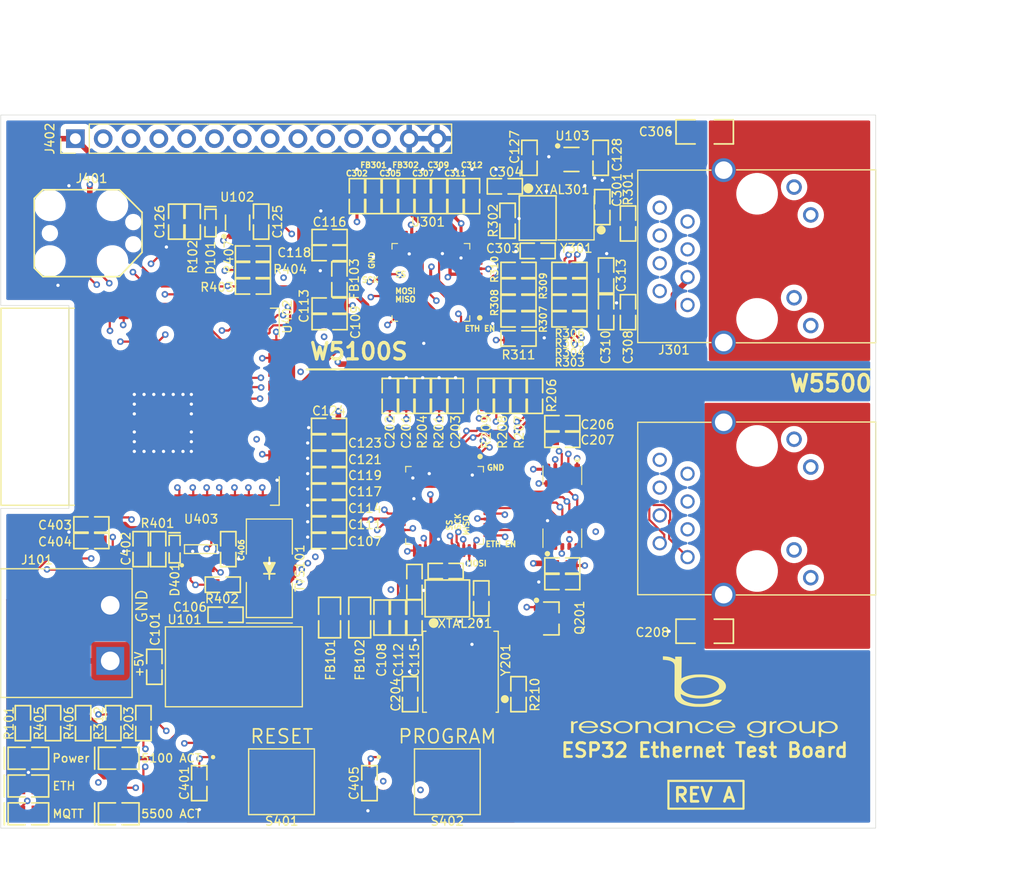
<source format=kicad_pcb>
(kicad_pcb (version 20240108) (generator "pcbnew") (generator_version "8.0")
  (layers (0 "F.Cu" signal) (1 "In1.Cu" signal "Vertical.Cu") (2 "In2.Cu" signal "Horizontal.Cu") (31 "B.Cu" signal) (34 "B.Paste" user) (35 "F.Paste" user) (36 "B.SilkS" user "B.Silkscreen") (37 "F.SilkS" user "F.Silkscreen") (38 "B.Mask" user) (39 "F.Mask" user) (44 "Edge.Cuts" user))
  (net 0 "")
  (net 1 "+5V")
  (net 2 "GND1")
  (net 3 "+3.3VA")
  (net 4 "+3.3VD")
  (net 5 "+3.3V")
  (net 6 "Net-(U102A-C)")
  (net 7 "+1.2V")
  (net 8 "Net-(U201B-TOCAP)")
  (net 9 "Net-(U201B-1V20)")
  (net 10 "Net-(C203-Pad1)")
  (net 11 "Net-(J201-CT)")
  (net 12 "Net-(C208-Pad1)")
  (net 13 "Net-(C306-Pad1)")
  (net 14 "+1.2VA")
  (net 15 "+1.2VO")
  (net 16 "Net-(C310-Pad1)")
  (net 17 "Net-(C313-Pad1)")
  (net 20 "+1.2VD")
  (net 22 "IO0")
  (net 24 "RST")
  (net 26 "RX")
  (net 28 "TX")
  (net 29 "Net-(LED101-PadA)")
  (net 30 "Net-(U201C-ACTLED)")
  (net 31 "Net-(LED201-PadA)")
  (net 32 "Net-(LED301-PadC)")
  (net 33 "Net-(LED401-PadA)")
  (net 34 "Net-(LED402-PadA)")
  (net 35 "Net-(Q201-G)")
  (net 36 "Net-(Q201-D)")
  (net 37 "Net-(U402-IO16)")
  (net 38 "Net-(U402-IO22)")
  (net 39 "Net-(U201B-RSVD)")
  (net 40 "Net-(R205-2)")
  (net 41 "Net-(R205-4)")
  (net 42 "Net-(R202-2)")
  (net 43 "Net-(R202-5)")
  (net 45 "Net-(R202-3)")
  (net 46 "Net-(U201D-RSVD@5)")
  (net 47 "Net-(R202-4)")
  (net 48 "Net-(R205-3)")
  (net 49 "Net-(U201A-EXRES1)")
  (net 51 "INT")
  (net 54 "SS")
  (net 56 "Net-(Y201-OE)")
  (net 57 "XO1")
  (net 58 "XI1")
  (net 59 "Net-(Y301-OE)")
  (net 60 "XO2")
  (net 61 "XI2")
  (net 63 "Net-(U301-RSET_BG)")
  (net 64 "Net-(U301-ACTn)")
  (net 65 "SCK")
  (net 67 "MISO")
  (net 73 "MOSI")
  (net 76 "ETH_EN")
  (net 77 "ETH_RST")
  (net 94 "EN")
  (net 97 "IO14")
  (net 99 "IO12")
  (net 104 "IO32")
  (net 105 "IO33")
  (net 107 "IO5")
  (net 108 "IO2")
  (net 111 "IO26")
  (net 112 "IO3")
  (net 113 "IO25")
  (net 115 "IO27")
  (net 117 "Net-(U402-IO17)")
  (net 127 "IO15")
  (net 128 "+3.3VA2")
  (net 129 "RX_P")
  (net 130 "RX_N")
  (net 131 "TX_N")
  (net 132 "TX_P")
  (net 133 "/W5100S_Dev/TX51_N")
  (net 134 "/W5100S_Dev/TX51_P")
  (net 135 "/W5100S_Dev/RX51_N")
  (net 136 "/W5100S_Dev/RX51_P")
  (net 137 "/W5100S_Dev/TXO_N")
  (net 138 "/W5100S_Dev/TXO_P")
  (net 139 "/W5100S_Dev/RXI_N")
  (net 140 "/W5100S_Dev/RXI_P")
  (net 141 "/ESP32/ESP_RST")
  (net 142 "Net-(U403A-C)")
  (net 143 "/W5500_Dev/RD+")
  (net 144 "/W5500_Dev/RD-")
  (footprint "RG_Capacitors_SMD:0603" (layer "F.Cu") (at 113.5 52.75 90)
    (property "Reference" "C305")
    (property "Value" "1uF" (hide yes))
  )
  (footprint "RG_Capacitors_SMD:0603" (layer "F.Cu") (at 129.25 75)
    (property "Reference" "C207")
    (property "Value" "6.8nF" (hide yes))
  )
  (footprint "RG_Capacitors_SMD:0603" (layer "F.Cu") (at 90.75 85 90)
    (property "Reference" "C402")
    (property "Value" "2.2uF" (hide yes))
  )
  (footprint "RG_Capacitors_SMD:0603" (layer "F.Cu") (at 108 64.25 180)
    (property "Reference" "C109")
    (property "Value" "0.1uF" (hide yes))
  )
  (footprint "RG_Resistors_SMD:0603" (layer "F.Cu") (at 129.9 59.5 180)
    (property "Reference" "R306")
    (property "Value" "49.9" (hide yes))
  )
  (footprint "RG_TO_SOT_SMD:TO252-3_(D-PAK)" (layer "F.Cu") (at 98.25 95.75 -90)
    (property "Reference" "U101")
    (property "Value" "AZ1117" (hide yes))
  )
  (footprint "RG_Resistors_SMD:0603" (layer "F.Cu") (at 91 100.9 90)
    (property "Reference" "R203")
    (property "Value" "470" (hide yes))
  )
  (footprint "RG_Logo:Logo_1" (layer "F.Cu") (at 142.24 100.33)
    (property "Reference" "G***" (hide yes))
    (property "Value" "LOGO" (hide yes))
  )
  (footprint "RG_Resistors_SMD:0603" (layer "F.Cu") (at 85.5 100.9 90)
    (property "Reference" "R406")
    (property "Value" "470" (hide yes))
  )
  (footprint "RG_Resistors_SMD:0603" (layer "F.Cu") (at 95.5 55.08 90)
    (property "Reference" "R102")
    (property "Value" "10k" (hide yes))
  )
  (footprint "RG_Capacitors_SMD:0603" (layer "F.Cu") (at 133.25 63.35 90)
    (property "Reference" "C310")
    (property "Value" "0.1uF" (hide yes))
  )
  (footprint "RG_Resistors_SMD:0603" (layer "F.Cu") (at 116.5 71 -90)
    (property "Reference" "R204")
    (property "Value" "12.4k" (hide yes))
  )
  (footprint "RG_Crystal:YANGXING_SMD_3225_4L" (layer "F.Cu") (at 127 54.75 -90)
    (property "Reference" "XTAL301")
    (property "Value" "25MHz" (hide yes))
  )
  (footprint "RG_Capacitors_SMD:0603" (layer "F.Cu") (at 115.75 91.25 -90)
    (property "Reference" "C115")
    (property "Value" "0.1uF" (hide yes))
  )
  (footprint "RG_Capacitors_SMD:0603" (layer "F.Cu") (at 107.95 78.25 180)
    (property "Reference" "C119")
    (property "Value" "0.1uF" (hide yes))
  )
  (footprint "RG_Capacitors_SMD:0603" (layer "F.Cu") (at 101.75 55.08 -90)
    (property "Reference" "C125")
    (property "Value" "0.1uF" (hide yes))
  )
  (footprint "RG_Crystal:YANGXING_SMD_3225_4L" (layer "F.Cu") (at 118.75 89.5)
    (property "Reference" "XTAL201")
    (property "Value" "25MHz" (hide yes))
  )
  (footprint "RG_Capacitors_SMD:0603" (layer "F.Cu") (at 108 56.5 180)
    (property "Reference" "C116")
    (property "Value" "0.1uF" (hide yes))
  )
  (footprint "Connector_PinHeader_2.54mm:PinHeader_1x14_P2.54mm_Vertical" (layer "F.Cu") (at 84.79 47.5 90)
    (property "Reference" "J402")
    (property "Value" "~" (hide yes))
  )
  (footprint "RG_Diode:SMB-D" (layer "F.Cu") (at 102.5 86.75 90)
    (property "Reference" "TVS101")
    (property "Value" "3.3V" (hide yes))
  )
  (footprint "RG_Modules:ESP32-WROOM_PCBANT" (layer "F.Cu") (at 84.2 80.99 90)
    (property "Reference" "U402")
    (property "Value" "ESP32-WROOM-32E" (hide yes))
  )
  (footprint "RG_Resistors_SMD:0603" (layer "F.Cu") (at 82.75 100.9 90)
    (property "Reference" "R405")
    (property "Value" "470" (hide yes))
  )
  (footprint "RG_Resistors_SMD:0603" (layer "F.Cu") (at 122.25 71 -90)
    (property "Reference" "R209")
    (property "Value" "49.9" (hide yes))
  )
  (footprint "RG_Capacitors_SMD:0603" (layer "F.Cu") (at 86.25 84.25 180)
    (property "Reference" "C404")
    (property "Value" "0.1uF" (hide yes))
  )
  (footprint "RG_Resistors_SMD:RESCAXS10P64_1206" (layer "F.Cu") (at 129.25 84)
    (property "Reference" "R202" (hide yes))
    (property "Value" "10k" (hide yes))
  )
  (footprint "RG_Resistors_SMD:0603" (layer "F.Cu") (at 101 61 180)
    (property "Reference" "R403")
    (property "Value" "10k" (hide yes))
  )
  (footprint "RG_QFP:QFP48P50" (layer "F.Cu") (at 117.25 60.63 90)
    (property "Reference" "U301")
    (property "Value" "~" (hide yes))
  )
  (footprint "RG_Capacitors_SMD:0603" (layer "F.Cu") (at 98.75 85 -90)
    (property "Reference" "C406")
    (property "Value" "0.1uF" (hide yes))
  )
  (footprint "RG_Capacitors_SMD:0603" (layer "F.Cu") (at 118 52.75 90)
    (property "Reference" "C309")
    (property "Value" "0.1uF" (hide yes))
  )
  (footprint "RG_Capacitors_SMD:0603" (layer "F.Cu") (at 124 51.85 180)
    (property "Reference" "C304")
    (property "Value" "18pF" (hide yes))
  )
  (footprint "RG_Capacitors_SMD:0603" (layer "F.Cu") (at 108 62.75 180)
    (property "Reference" "C113")
    (property "Value" "0.1uF" (hide yes))
  )
  (footprint "RG_Resistors_SMD:0603" (layer "F.Cu") (at 125.25 61 180)
    (property "Reference" "R309")
    (property "Value" "3.3" (hide yes))
  )
  (footprint "RG_Capacitors_SMD:0603" (layer "F.Cu") (at 107.95 84.25 180)
    (property "Reference" "C107")
    (property "Value" "22uF" (hide yes))
  )
  (footprint "RG_TO_SOT_SMD:SOT23-6" (layer "F.Cu") (at 96.25 85)
    (property "Reference" "U403")
    (property "Value" "74LVC1G11W6" (hide yes))
  )
  (footprint "RG_Capacitors_SMD:0603" (layer "F.Cu") (at 115.75 88 -90)
    (property "Reference" "C210" (hide yes))
    (property "Value" "18pF" (hide yes))
  )
  (footprint "RG_Resistors_SMD:0603" (layer "F.Cu") (at 125.25 98.25 90)
    (property "Reference" "R210")
    (property "Value" "10k" (hide yes))
  )
  (footprint "RG_Resistors_SMD:0603" (layer "F.Cu") (at 125.25 62.5 180)
    (property "Reference" "R308")
    (property "Value" "3.3" (hide yes))
  )
  (footprint "RG_Resistors_SMD:0603" (layer "F.Cu") (at 115 52.75 90)
    (property "Reference" "FB302")
    (property "Value" "~" (hide yes))
  )
  (footprint "RG_Resistors_SMD:0603" (layer "F.Cu") (at 125.25 65.75 180)
    (property "Reference" "R311")
    (property "Value" "12.3k" (hide yes))
  )
  (footprint "RG_Resistors_SMD:0603" (layer "F.Cu") (at 125.25 59.5 180)
    (property "Reference" "R310")
    (property "Value" "3.3" (hide yes))
  )
  (footprint "RG_Resistors_SMD:0603" (layer "F.Cu") (at 80 100.9 90)
    (property "Reference" "R101")
    (property "Value" "2.2k" (hide yes))
  )
  (footprint "RG_Capacitors_SMD:0603" (layer "F.Cu") (at 121.85 89.5 -90)
    (property "Reference" "C209" (hide yes))
    (property "Value" "18pF" (hide yes))
  )
  (footprint "RG_Capacitors_SMD:0603" (layer "F.Cu") (at 111.64 106.38 -90)
    (property "Reference" "C405")
    (property "Value" "0.1uF" (hide yes))
  )
  (footprint "RG_QFP:QFP48P50" (layer "F.Cu") (at 118.5 81 180)
    (property "Reference" "U201" (hide yes))
    (property "Value" "WIZNET_W5500" (hide yes))
  )
  (footprint "RG_Capacitors_SMD:1206" (layer "F.Cu") (at 142.25 46.88 180)
    (property "Reference" "C306")
    (property "Value" "1nF" (hide yes))
  )
  (footprint "RG_Capacitors_SMD:0603" (layer "F.Cu") (at 108 57.948 180)
    (property "Reference" "C118")
    (property "Value" "0.1uF" (hide yes))
  )
  (footprint "RG_Resistors_SMD:0603" (layer "F.Cu") (at 118.6 87)
    (property "Reference" "R212" (hide yes))
    (property "Value" "1M" (hide yes))
  )
  (footprint "RG_Capacitors_SMD:0603" (layer "F.Cu") (at 119.5 71 90)
    (property "Reference" "C203")
    (property "Value" "2.2uF" (hide yes))
  )
  (footprint "RG_Capacitors_SMD:0603" (layer "F.Cu") (at 107.95 82.75 180)
    (property "Reference" "C111")
    (property "Value" "22uF" (hide yes))
  )
  (footprint "RG_TO_SOT_SMD:SOT23-5P65" (layer "F.Cu") (at 130.085 49.4 -90)
    (property "Reference" "U103")
    (property "Value" "1.2V" (hide yes))
  )
  (footprint "RG_Capacitors_SMD:0603" (layer "F.Cu") (at 107.95 81.25 180)
    (property "Reference" "C114")
    (property "Value" "0.1uF" (hide yes))
  )
  (footprint "RG_Resistors_SMD:0603" (layer "F.Cu") (at 129.9 61 180)
    (property "Reference" "R305")
    (property "Value" "49.9" (hide yes))
  )
  (footprint "RG_Capacitors_SMD:0603" (layer "F.Cu") (at 115 71 90)
    (property "Reference" "C201")
    (property "Value" "4.7uF" (hide yes))
  )
  (footprint "RG_Resistors_SMD:0603" (layer "F.Cu") (at 125.25 71 -90)
    (property "Reference" "R207")
    (property "Value" "49.9" (hide yes))
  )
  (footprint "RG_Capacitors_SMD:0603" (layer "F.Cu") (at 113.5 71 90)
    (property "Reference" "C202")
    (property "Value" "10nF" (hide yes))
  )
  (footprint "RG_Capacitors_SMD:0603" (layer "F.Cu") (at 121 52.75 90)
    (property "Reference" "C312")
    (property "Value" "0.1uF" (hide yes))
  )
  (footprint "RG_Diode:0805-D" (layer "F.Cu") (at 80.5 106.64)
    (property "Reference" "LED401" (hide yes))
    (property "Value" "ETH")
  )
  (footprint "RG_Terminals:CUI_TBP01R1-508-02BE" (layer "F.Cu") (at 87.97 95.21 90)
    (property "Reference" "J101")
    (property "Value" "Power In" (hide yes))
  )
  (footprint "RG_Resistors_SMD:0603" (layer "F.Cu") (at 129.9 64 180)
    (property "Reference" "R303")
    (property "Value" "49.9" (hide yes))
  )
  (footprint "RG_Diode:SOD-523-D" (layer "F.Cu") (at 93.85 85 -90)
    (property "Reference" "D401")
    (property "Value" "1N4148X" (hide yes))
  )
  (footprint "RG_Resistors_SMD:0603" (layer "F.Cu") (at 88.25 100.9 90)
    (property "Reference" "R312")
    (property "Value" "470" (hide yes))
  )
  (footprint "RG_Diode:0805-D" (layer "F.Cu") (at 88.75 104.1)
    (property "Reference" "LED301" (hide yes))
    (property "Value" "5100 ACT")
  )
  (footprint "RG_Resistors_SMD:0603" (layer "F.Cu") (at 98.25 88.25 180)
    (property "Reference" "R402")
    (property "Value" "10k" (hide yes))
  )
  (footprint "RG_Crystal:Crystal_SMD_4Pin_7.0mmx5.0mm" (layer "F.Cu") (at 119.2 95.8 90)
    (property "Reference" "Y201")
    (property "Value" "25MHz" (hide yes))
  )
  (footprint "RG_Resistors_SMD:0603" (layer "F.Cu") (at 101 58 180)
    (property "Reference" "R407")
    (property "Value" "10k" (hide yes))
  )
  (footprint "RG_Capacitors_SMD:0603" (layer "F.Cu") (at 129.25 73.5)
    (property "Reference" "C206")
    (property "Value" "6.8nF" (hide yes))
  )
  (footprint "RG_Crystal:Crystal_SMD_4Pin_3.2x2.5mm" (layer "F.Cu") (at 130.5 54.75 90)
    (property "Reference" "Y301")
    (property "Value" "25MHz" (hide yes))
  )
  (footprint "RG_Resistors_SMD:0603" (layer "F.Cu") (at 118 71 90)
    (property "Reference" "R201")
    (property "Value" "10k" (hide yes))
  )
  (footprint "RG_Resistors_SMD:0805" (layer "F.Cu") (at 108 91.25 90)
    (property "Reference" "FB101")
    (property "Value" "MH2029-300Y" (hide yes))
  )
  (footprint "RG_Capacitors_SMD:0603" (layer "F.Cu") (at 110.5 52.75 90)
    (property "Reference" "C302")
    (property "Value" "0.1uF" (hide yes))
  )
  (footprint "RG_Resistors_SMD:0603" (layer "F.Cu") (at 124.25 55 -90)
    (property "Reference" "R302")
    (property "Value" "1M" (hide yes))
  )
  (footprint "RG_Switches:SW_TS04-66-65-BK-260-SMT" (layer "F.Cu") (at 118.75 106.25)
    (property "Reference" "S402")
    (property "Value" "PROGRAM")
  )
  (footprint "RG_Connectors:WIZNET_RB1-125BAG1A" (layer "F.Cu") (at 145.065 58.25 90)
    (property "Reference" "J301")
    (property "Value" "~" (hide yes))
  )
  (footprint "RG_Capacitors_SMD:0603" (layer "F.Cu") (at 92 95.75 90)
    (property "Reference" "C101")
    (property "Value" "10uF" (hide yes))
  )
  (footprint "RG_Resistors_SMD:0603" (layer "F.Cu") (at 126.75 71 -90)
    (property "Reference" "R206")
    (property "Value" "49.9" (hide yes))
  )
  (footprint "RG_Resistors_SMD:0603" (layer "F.Cu") (at 125.25 64 180)
    (property "Reference" "R307")
    (property "Value" "3.3" (hide yes))
  )
  (footprint "RG_Resistors_SMD:0603" (layer "F.Cu") (at 135.25 55.25 -90)
    (property "Reference" "R301")
    (property "Value" "10k" (hide yes))
  )
  (footprint "RG_Capacitors_SMD:0603" (layer "F.Cu") (at 107.95 79.75 180)
    (property "Reference" "C117")
    (property "Value" "0.1uF" (hide yes))
  )
  (footprint "RG_Capacitors_SMD:0603" (layer "F.Cu") (at 94 55.08 90)
    (property "Reference" "C126")
    (property "Value" "2.2uF" (hide yes))
  )
  (footprint "RG_Capacitors_SMD:0603" (layer "F.Cu") (at 133.25 60 90)
    (property "Reference" "C313")
    (property "Value" "0.1uF" (hide yes))
  )
  (footprint "RG_TO_SOT_SMD:SOT23-3P95" (layer "F.Cu") (at 128.25 91.335 -90)
    (property "Reference" "Q201")
    (property "Value" "PMV48XPA2R" (hide yes))
  )
  (footprint "RG_Diode:0805-D" (layer "F.Cu") (at 88.75 109.18)
    (property "Reference" "LED201" (hide yes))
    (property "Value" "5500 ACT")
  )
  (footprint "RG_Capacitors_SMD:1206" (layer "F.Cu") (at 142.25 92.5 180)
    (property "Reference" "C208")
    (property "Value" "1nF" (hide yes))
  )
  (footprint "RG_Capacitors_SMD:0603" (layer "F.Cu") (at 115.35 98.25 90)
    (property "Reference" "C204")
    (property "Value" "0.1uF" (hide yes))
  )
  (footprint "RG_Resistors_SMD:0805" (layer "F.Cu") (at 110.75 91.25 90)
    (property "Reference" "FB102")
    (property "Value" "MH2029-300Y" (hide yes))
  )
  (footprint "RG_Resistors_SMD:0603" (layer "F.Cu") (at 129.9 62.5 180)
    (property "Reference" "R304")
    (property "Value" "49.9" (hide yes))
  )
  (footprint "RG_Capacitors_SMD:0603" (layer "F.Cu") (at 114.25 91.25 -90)
    (property "Reference" "C112")
    (property "Value" "22uF" (hide yes))
  )
  (footprint "RG_Resistors_SMD:0603" (layer "F.Cu") (at 108.9 60.35 90)
    (property "Reference" "FB103")
    (property "Value" "~" (hide yes))
  )
  (footprint "RG_Capacitors_SMD:0603" (layer "F.Cu") (at 96.1 106.38 -90)
    (property "Reference" "C401")
    (property "Value" "0.1uF" (hide yes))
  )
  (footprint "RG_Capacitors_SMD:0603" (layer "F.Cu") (at 119.5 52.75 90)
    (property "Reference" "C311")
    (property "Value" "0.1uF" (hide yes))
  )
  (footprint "RG_Capacitors_SMD:0603" (layer "F.Cu") (at 98.5 91 180)
    (property "Reference" "C106")
    (property "Value" "22uF" (hide yes))
  )
  (footprint "RG_Resistors_SMD:0603" (layer "F.Cu") (at 101 59.5 180)
    (property "Reference" "R404")
    (property "Value" "10k" (hide yes))
  )
  (footprint "RG_Programmers:TC2050-IDC" (layer "F.Cu") (at 86.27 56.135)
    (property "Reference" "J401")
    (property "Value" "TAG-CONNECT_NL_10-POS_LEGS" (hide yes))
  )
  (footprint "RG_Capacitors_SMD:0603" (layer "F.Cu") (at 107.95 73.75 180)
    (property "Reference" "C124")
    (property "Value" "0.1uF" (hide yes))
  )
  (footprint "RG_Capacitors_SMD:0603" (layer "F.Cu") (at 86.25 82.75 180)
    (property "Reference" "C403")
    (property "Value" "22uF" (hide yes))
  )
  (footprint "RG_Switches:SW_TS04-66-65-BK-260-SMT" (layer "F.Cu") (at 103.61 106.25)
    (property "Reference" "S401")
    (property "Value" "RESET")
  )
  (footprint "RG_Capacitors_SMD:0603" (layer "F.Cu") (at 132.75 49.25 -90)
    (property "Reference" "C128")
    (property "Value" "1uF" (hide yes))
  )
  (footprint "RG_Resistors_SMD:0603" (layer "F.Cu") (at 112 52.75 -90)
    (property "Reference" "FB301")
    (property "Value" "~" (hide yes))
  )
  (footprint "RG_Resistors_SMD:0603" (layer "F.Cu") (at 123.75 71 -90)
    (property "Reference" "R208")
    (property "Value" "49.9" (hide yes))
  )
  (footprint "RG_Capacitors_SMD:0603" (layer "F.Cu") (at 129.25 88 180)
    (property "Reference" "C205" (hide yes))
    (property "Value" "0.1uF" (hide yes))
  )
  (footprint "RG_Connectors:WIZNET_RB1-125BAG1A" (layer "F.Cu") (at 145.065 81.285 90)
    (property "Reference" "J201" (hide yes))
    (property "Value" "~" (hide yes))
  )
  (footprint "RG_Resistors_SMD:0603" (layer "F.Cu") (at 129.25 86.5 180)
    (property "Reference" "R211" (hide yes))
    (property "Value" "10" (hide yes))
  )
  (footprint "RG_Diode:0805-D" (layer "F.Cu") (at 80.5 104.1)
    (property "Reference" "LED101" (hide yes))
    (property "Value" "Power")
  )
  (footprint "RG_Capacitors_SMD:0603" (layer "F.Cu") (at 127 57.75 180)
    (property "Reference" "C303")
    (property "Value" "18pF" (hide yes))
  )
  (footprint "RG_Diode:SOD-523-D" (layer "F.Cu") (at 97.125 55.205 -90)
    (property "Reference" "D101")
    (property "Value" "1N4148X" (hide yes))
  )
  (footprint "RG_Capacitors_SMD:0603" (layer "F.Cu") (at 135.25 63.35 90)
    (property "Reference" "C308")
    (property "Value" "0.1uF" (hide yes))
  )
  (footprint "RG_Capacitors_SMD:0603" (layer "F.Cu") (at 107.95 75.25 180)
    (property "Reference" "C123")
    (property "Value" "0.1uF" (hide yes))
  )
  (footprint "RG_Capacitors_SMD:0603" (layer "F.Cu") (at 132.9 53.75 90)
    (property "Reference" "C301")
    (property "Value" "0.1uF" (hide yes))
  )
  (footprint "RG_TO_SOT_SMD:SOT23-5P65" (layer "F.Cu") (at 99.6 55.165)
    (property "Reference" "U102")
    (property "Value" "74AUP1T08GWH" (hide yes))
  )
  (footprint "RG_Capacitors_SMD:0603" (layer "F.Cu") (at 112.75 91.25 -90)
    (property "Reference" "C108")
    (property "Value" "22uF" (hide yes))
  )
  (footprint "RG_Diode:0805-D" (layer "F.Cu") (at 80.5 109.18)
    (property "Reference" "LED402" (hide yes))
    (property "Value" "MQTT")
  )
  (footprint "RG_Capacitors_SMD:0603" (layer "F.Cu") (at 116.5 52.75 90)
    (property "Reference" "C307")
    (property "Value" "0.1uF" (hide yes))
  )
  (footprint "RG_Capacitors_SMD:0603" (layer "F.Cu") (at 107.95 76.75 180)
    (property "Reference" "C121")
    (property "Value" "0.1uF" (hide yes))
  )
  (footprint "RG_Resistors_SMD:0603" (layer "F.Cu") (at 92.35 85 -90)
    (property "Reference" "R401")
    (property "Value" "470k" (hide yes))
  )
  (footprint "RG_Resistors_SMD:RESCAXS10P64_1206" (layer "F.Cu") (at 129.25 78.25 180)
    (property "Reference" "R205" (hide yes))
    (property "Value" "10k" (hide yes))
  )
  (footprint "RG_Capacitors_SMD:0603" (layer "F.Cu") (at 126.25 49.25 -90)
    (property "Reference" "C127")
    (property "Value" "0.1uF" (hide yes))
  )
  (gr_line (start 105.915252 68.58) (end 157.353 68.58) (stroke (width 0.2)) (layer "F.SilkS"))
  (gr_rect (start 138.938 106.172) (end 145.796 108.712) (stroke (width 0.2)) (fill none) (layer "F.SilkS"))
  (gr_poly (pts (xy 77.978 45.339) (xy 77.978 62.738) (xy 84.201 62.738) (xy 84.201 81.28) (xy 77.978 81.28) (xy 77.978 110.49) (xy 157.861 110.49) (xy 157.861 45.339)) (stroke (width 0.05)) (fill none) (layer "Edge.Cuts"))
  (gr_text "MOSI" (at 113.919 61.722 0) (layer "F.SilkS") (effects (font (size 0.508 0.508) (thickness 0.127) (bold yes)) (justify left bottom)))
  (gr_text "ETH EN\n" (at 122.174 84.836 0) (layer "F.SilkS") (effects (font (size 0.508 0.508) (thickness 0.127) (bold yes)) (justify left bottom)))
  (gr_text "GND" (at 122.301 77.851 0) (layer "F.SilkS") (effects (font (size 0.508 0.508) (thickness 0.127) (bold yes)) (justify left bottom)))
  (gr_text "W5500" (at 149.86 70.739 0) (layer "F.SilkS") (effects (font (size 1.5 1.5) (thickness 0.3) (bold yes)) (justify left bottom)))
  (gr_text "W5100S" (at 106.045 67.818 0) (layer "F.SilkS") (effects (font (size 1.5 1.5) (thickness 0.3) (bold yes)) (justify left bottom)))
  (gr_text "GND" (at 112.15373 59.47286 90) (layer "F.SilkS") (effects (font (size 0.508 0.508) (thickness 0.127) (bold yes)) (justify left bottom)))
  (gr_text "GND" (at 91.44 91.821 90) (layer "F.SilkS") (effects (font (size 1 1) (thickness 0.127)) (justify left bottom)))
  (gr_text "SCK" (at 120.015 83.312 90) (layer "F.SilkS") (effects (font (size 0.508 0.508) (thickness 0.127) (bold yes)) (justify left bottom)))
  (gr_text "ESP32 Ethernet Test Board\n\nREV A" (at 142.24 108.204 0) (layer "F.SilkS") (effects (font (size 1.27 1.27) (thickness 0.254) (bold yes)) (justify bottom)))
  (gr_text "ETH EN\n" (at 120.269 65.151 0) (layer "F.SilkS") (effects (font (size 0.508 0.508) (thickness 0.127) (bold yes)) (justify left bottom)))
  (gr_text "MISO" (at 113.919 62.484 0) (layer "F.SilkS") (effects (font (size 0.508 0.508) (thickness 0.127) (bold yes)) (justify left bottom)))
  (gr_text "SCK" (at 110.88246 60.69333 0) (layer "F.SilkS") (effects (font (size 0.508 0.508) (thickness 0.127) (bold yes)) (justify left bottom)))
  (gr_text "SS" (at 119.253 83.368122 90) (layer "F.SilkS") (effects (font (size 0.508 0.508) (thickness 0.127) (bold yes)) (justify left bottom)))
  (gr_text "+5V" (at 91.059 96.774 90) (layer "F.SilkS") (effects (font (size 0.762 0.762) (thickness 0.127)) (justify left bottom)))
  (gr_text "SS" (at 113.919 60.197425 0) (layer "F.SilkS") (effects (font (size 0.508 0.508) (thickness 0.127) (bold yes)) (justify left bottom)))
  (gr_text "MISO" (at 120.777 83.82 90) (layer "F.SilkS") (effects (font (size 0.508 0.508) (thickness 0.127) (bold yes)) (justify left bottom)))
  (gr_text "MOSI" (at 120.40746 86.60133 0) (layer "F.SilkS") (effects (font (size 0.508 0.508) (thickness 0.127) (bold yes)) (justify left bottom)))
  (segment (start 80 97.2) (end 80 100.15) (width 0.508) (layer "F.Cu") (net 1))
  (segment (start 86.106 54.394) (end 86.106 51.744) (width 0.508) (layer "F.Cu") (net 1))
  (segment (start 81.99 95.21) (end 80 97.2) (width 0.508) (layer "F.Cu") (net 1))
  (segment (start 85 55.5) (end 86.106 54.394) (width 0.508) (layer "F.Cu") (net 1))
  (segment (start 86.106 51.689) (end 86.161 51.689) (width 0.2) (layer "F.Cu") (net 1))
  (segment (start 86.106 51.744) (end 86.106 51.689) (width 0.2) (layer "F.Cu") (net 1))
  (segment (start 86.161 51.689) (end 86.15 51.7) (width 0.2) (layer "F.Cu") (net 1))
  (segment (start 87.97 95.21) (end 81.99 95.21) (width 0.508) (layer "F.Cu") (net 1))
  (via (at 86.106 51.689) (size 0.6) (drill 0.3) (layers "F.Cu" "B.Cu") (net 1))
  (segment (start 87.97 95.21) (end 87.81 95.21) (width 0.2) (layer "B.Cu") (net 1))
  (segment (start 86.1 51.695) (end 86.106 51.689) (width 0.508) (layer "B.Cu") (net 1))
  (segment (start 90.75 84.15) (end 90.25 84.15) (width 0.2) (layer "F.Cu") (net 2))
  (segment (start 131.3 53.65) (end 131.3 51.8) (width 0.2) (layer "F.Cu") (net 2))
  (segment (start 113.12 58.38) (end 113.12 58.88) (width 0.2) (layer "F.Cu") (net 2))
  (segment (start 85.4 83.439) (end 85.4 84.25) (width 0.508) (layer "F.Cu") (net 2))
  (segment (start 113.12 58.88) (end 113.12 59.38) (width 0.2) (layer "F.Cu") (net 2))
  (segment (start 121.38 60.38) (end 120.67 60.38) (width 0.2) (layer "F.Cu") (net 2))
  (segment (start 129.17 49.4) (end 128.3 49.4) (width 0.2) (layer "F.Cu") (net 2))
  (segment (start 106.05 78.15) (end 106 78.1) (width 0.2) (layer "F.Cu") (net 2))
  (segment (start 131.3 53.65) (end 132.15 53.65) (width 0.508) (layer "F.Cu") (net 2))
  (segment (start 84.5 54.73) (end 83.73 55.5) (width 0.508) (layer "F.Cu") (net 2))
  (segment (start 121.013 78.25) (end 120.5 78.25) (width 0.2) (layer "F.Cu") (net 2))
  (segment (start 116.663 88.85) (end 117.45 88.85) (width 0.2) (layer "F.Cu") (net 2))
  (segment (start 133.25 59.15) (end 133.25 58.05) (width 0.2) (layer "F.Cu") (net 2))
  (segment (start 99.6476 85.85) (end 99.6976 85.9) (width 0.2) (layer "F.Cu") (net 2))
  (segment (start 133.25 62.5) (end 134.2 62.5) (width 0.508) (layer "F.Cu") (net 2))
  (segment (start 121.85 90.35) (end 121.85 91.55) (width 0.2) (layer "F.Cu") (net 2))
  (segment (start 115.75 93.25) (end 115.8 93.3) (width 0.2) (layer "F.Cu") (net 2))
  (segment (start 115.5 79.75) (end 114.37 79.75) (width 0.2) (layer "F.Cu") (net 2))
  (segment (start 118.55 61.05) (end 118 60.5) (width 0.2) (layer "F.Cu") (net 2))
  (segment (start 119.55 66.2) (end 116.6 66.2) (width 0.2794) (layer "F.Cu") (net 2))
  (segment (start 121.38 63.38) (end 121.88 63.38) (width 0.2) (layer "F.Cu") (net 2))
  (segment (start 122.63 78.25) (end 121.049 78.25) (width 0.2) (layer "F.Cu") (net 2))
  (segment (start 115.25 81.25) (end 115.7 80.8) (width 0.2) (layer "F.Cu") (net 2))
  (segment (start 121.85 91.55) (end 121.8 91.6) (width 0.2) (layer "F.Cu") (net 2))
  (segment (start 118.5 56.5) (end 118.5 57.8) (width 0.2794) (layer "F.Cu") (net 2))
  (segment (start 128.049 49.149) (end 128.016 49.149) (width 0.2) (layer "F.Cu") (net 2))
  (segment (start 107.1 79.5) (end 106 79.5) (width 0.2) (layer "F.Cu") (net 2))
  (segment (start 107.2 57.998) (end 107.15 57.948) (width 0.2) (layer "F.Cu") (net 2))
  (segment (start 84.2 51.8) (end 84.5 52.1) (width 0.508) (layer "F.Cu") (net 2))
  (segment (start 106.4 74.65) (end 106.7 74.35) (width 1.016) (layer "F.Cu") (net 2))
  (segment (start 139.12 46.88) (end 139.1 46.9) (width 0.2) (layer "F.Cu") (net 2))
  (segment (start 115.7 79.95) (end 115.5 79.75) (width 0.2) (layer "F.Cu") (net 2))
  (segment (start 128.3 49.4) (end 128.049 49.149) (width 0.2) (layer "F.Cu") (net 2))
  (segment (start 126.15 55.65) (end 125.3 54.8) (width 0.2) (layer "F.Cu") (net 2))
  (segment (start 118.5 57.8) (end 118.3 58) (width 0.2794) (layer "F.Cu") (net 2))
  (segment (start 92.8 57.1) (end 93.1 57.4) (width 0.2) (layer "F.Cu") (net 2))
  (segment (start 119.85 90.35) (end 119.85 91.55) (width 0.2) (layer "F.Cu") (net 2))
  (segment (start 96.25 86.45) (end 96.25 85.95) (width 0.2) (layer "F.Cu") (net 2))
  (segment (start 115.7 80.394) (end 115.697 80.391) (width 0.2) (layer "F.Cu") (net 2))
  (segment (start 115.35 97.4) (end 116.6 97.4) (width 0.2794) (layer "F.Cu") (net 2))
  (segment (start 123.15 50.35) (end 123.2 50.3) (width 0.2) (layer "F.Cu") (net 2))
  (segment (start 119 65.65) (end 119.55 66.2) (width 0.2794) (layer "F.Cu") (net 2))
  (segment (start 114.37 78.75) (end 115.35 78.75) (width 0.2) (layer "F.Cu") (net 2))
  (segment (start 90.25 84.15) (end 89.2 85.2) (width 0.2) (layer "F.Cu") (net 2))
  (segment (start 110.5 50.3) (end 110.5 51.9) (width 0.2) (layer "F.Cu") (net 2))
  (segment (start 121.1 66.2) (end 122.9 64.4) (width 0.2794) (layer "F.Cu") (net 2))
  (segment (start 115 56.5) (end 115 57.161342) (width 0.2794) (layer "F.Cu") (net 2))
  (segment (start 101.6 56.08) (end 101.75 55.93) (width 0.2) (layer "F.Cu") (net 2))
  (segment (start 126.15 65.7) (end 126.1 65.75) (width 0.2) (layer "F.Cu") (net 2))
  (segment (start 118 58.3) (end 118.3 58) (width 0.2) (layer "F.Cu") (net 2))
  (segment (start 126.25 50.1) (end 123.4 50.1) (width 0.2) (layer "F.Cu") (net 2))
  (segment (start 107.1 76.75) (end 106.05 76.75) (width 0.2) (layer "F.Cu") (net 2))
  (segment (start 106.7 71.25) (end 108.15 69.8) (width 1.778) (layer "F.Cu") (net 2))
  (segment (start 117.25 76.87) (end 117.25 77.95) (width 0.2) (layer "F.Cu") (net 2))
  (segment (start 93.22 54.23) (end 92.8 54.65) (width 0.2) (layer "F.Cu") (net 2))
  (segment (start 119.85 91.55) (end 119.9 91.6) (width 0.2) (layer "F.Cu") (net 2))
  (segment (start 112.08 58.38) (end 112 58.3) (width 0.2) (layer "F.Cu") (net 2))
  (segment (start 121.049 78.25) (end 121.031 78.232) (width 0.2) (layer "F.Cu") (net 2))
  (segment (start 132.15 53.65) (end 132.9 52.9) (width 0.508) (layer "F.Cu") (net 2))
  (segment (start 85.39 62.04) (end 84.25 60.9) (width 0.508) (layer "F.Cu") (net 2))
  (segment (start 79.56 104.1) (end 79.56 104.46) (width 0.2) (layer "F.Cu") (net 2))
  (segment (start 111.64 108.76) (end 111.5 108.9) (width 0.2) (layer "F.Cu") (net 2))
  (segment (start 117.45 88.85) (end 117.65 88.65) (width 0.2) (layer "F.Cu") (net 2))
  (segment (start 121.031 78.232) (end 121.013 78.25) (width 0.2) (layer "F.Cu") (net 2))
  (segment (start 120 58.4) (end 120.48 58.88) (width 0.2794) (layer "F.Cu") (net 2))
  (segment (start 127.6 65.7) (end 126.15 65.7) (width 0.2) (layer "F.Cu") (net 2))
  (segment (start 102.5 84.05) (end 102.5 86.3) (width 0.508) (layer "F.Cu") (net 2))
  (segment (start 126.15 55.85) (end 126.15 55.65) (width 0.2) (layer "F.Cu") (net 2))
  (segment (start 85.4 82.75) (end 85.4 83.439) (width 0.508) (layer "F.Cu") (net 2))
  (segment (start 106.05 75.25) (end 106 75.3) (width 0.2) (layer "F.Cu") (net 2))
  (segment (start 120.5 78.25) (end 120.25 78) (width 0.2) (layer "F.Cu") (net 2))
  (segment (start 79.56 104.46) (end 80.5 105.4) (width 0.381) (layer "F.Cu") (net 2))
  (segment (start 113.4 69.8) (end 113.5 69.9) (width 1.27) (layer "F.Cu") (net 2))
  (segment (start 114.37 81.25) (end 115.25 81.25) (width 0.2) (layer "F.Cu") (net 2))
  (segment (start 115 68.961) (end 115 69.9) (width 0.2) (layer "F.Cu") (net 2))
  (segment (start 112.75 92.1) (end 114.25 92.1) (width 0.508) (layer "F.Cu") (net 2))
  (segment (start 116.509 88.85) (end 116.586 88.773) (width 0.2) (layer "F.Cu") (net 2))
  (segment (start 119.5 51.9) (end 119.5 50.3) (width 0.2) (layer "F.Cu") (net 2))
  (segment (start 123.15 51.85) (end 123.15 50.35) (width 0.2) (layer "F.Cu") (net 2))
  (segment (start 107.1 81) (end 106 81) (width 0.2) (layer "F.Cu") (net 2))
  (segment (start 115.75 88.85) (end 116.509 88.85) (width 0.2) (layer "F.Cu") (net 2))
  (segment (start 116.586 88.773) (end 116.663 88.85) (width 0.2) (layer "F.Cu") (net 2))
  (segment (start 90.1 70.9) (end 92.69 73.49) (width 0.2) (layer "F.Cu") (net 2))
  (segment (start 121 51.9) (end 121 50.3) (width 0.2) (layer "F.Cu") (net 2))
  (segment (start 85.39 82.74) (end 85.4 82.75) (width 0.2) (layer "F.Cu") (net 2))
  (segment (start 98.35 85.85) (end 97.8 85.3) (width 0.2794) (layer "F.Cu") (net 2))
  (segment (start 113.12 58.38) (end 112.08 58.38) (width 0.2) (layer "F.Cu") (net 2))
  (segment (start 121.03 93.67) (end 121 93.7) (width 0.2794) (layer "F.Cu") (net 2))
  (segment (start 115 57.161342) (end 114.719171 57.442171) (width 0.2794) (layer "F.Cu") (net 2))
  (segment (start 114.311342 57.85) (end 113.15 57.85) (width 0.2794) (layer "F.Cu") (net 2))
  (segment (start 132.75 50.55) (end 132.2 51.1) (width 0.2) (layer "F.Cu") (net 2))
  (segment (start 120.67 60.38) (end 120 61.05) (width 0.2) (layer "F.Cu") (net 2))
  (segment (start 125.05 57.75) (end 125 57.8) (width 0.2) (layer "F.Cu") (net 2))
  (segment (start 120.48 58.88) (end 121.38 58.88) (width 0.2794) (layer "F.Cu") (net 2))
  (segment (start 107.15 62.75) (end 107.15 57.948) (width 0.2) (layer "F.Cu") (net 2))
  (segment (start 128.016 49.116) (end 128.05 49.15) (width 0.2) (layer "F.Cu") (net 2))
  (segment (start 96.25 85.95) (end 95.5 85.2) (width 0.2) (layer "F.Cu") (net 2))
  (segment (start 84.5 52.1) (end 84.5 54.73) (width 0.508) (layer "F.Cu") (net 2))
  (segment (start 119 64.76) (end 119 65.65) (width 0.2794) (layer "F.Cu") (net 2))
  (segment (start 107.1 75.25) (end 106.05 75.25) (width 0.2) (layer "F.Cu") (net 2))
  (segment (start 113.5 51.9) (end 113.5 50.3) (width 0.2) (layer "F.Cu") (net 2))
  (segment (start 106.05 76.75) (end 106 76.7) (width 0.2) (layer "F.Cu") (net 2))
  (segment (start 117.4 96.6) (end 119.32 96.6) (width 0.2794) (layer "F.Cu") (net 2))
  (segment (start 84.201 83.439) (end 85.4 83.439) (width 0.508) (layer "F.Cu") (net 2))
  (segment (start 113.5 68.961) (end 113.5 69.9) (width 0.2) (layer "F.Cu") (net 2))
  (segment (start 120.25 78) (end 120.25 76.87) (width 0.2) (layer "F.Cu") (net 2))
  (segment (start 107.1 82.5) (end 106 82.5) (width 0.2) (layer "F.Cu") (net 2))
  (segment (start 115.35 96.25) (end 115.3 96.2) (width 0.2794) (layer "F.Cu") (net 2))
  (segment (start 100.25 56.08) (end 101.6 56.08) (width 0.2794) (layer "F.Cu") (net 2))
  (segment (start 128.4 88) (end 127.1 88) (width 0.2) (layer "F.Cu") (net 2))
  (segment (start 132.75 50.1) (end 132.75 50.55) (width 0.2) (layer "F.Cu") (net 2))
  (segment (start 106.7 74.35) (end 106.7 71.25) (width 1.778) (layer "F.Cu") (net 2))
  (segment (start 122.25 93.67) (end 121.03 93.67) (width 0.2794) (layer "F.Cu") (net 2))
  (segment (start 133.25 58.05) (end 133.3 58) (width 0.2) (layer "F.Cu") (net 2))
  (segment (start 119.55 66.2) (end 121.1 66.2) (width 0.2794) (layer "F.Cu") (net 2))
  (segment (start 117.75 84.296364) (end 117.75 85.13) (width 0.2) (layer "F.Cu") (net 2))
  (segment (start 117.25 77.95) (end 117.1 78.1) (width 0.2) (layer "F.Cu") (net 2))
  (segment (start 92.8 54.65) (end 92.8 57.1) (width 0.2) (layer "F.Cu") (net 2))
  (segment (start 118 51.9) (end 118 50.3) (width 0.2) (layer "F.Cu") (net 2))
  (segment (start 111.95 69.8) (end 113.4 69.8) (width 1.27) (layer "F.Cu") (net 2))
  (segment (start 103.15 77.705) (end 103.15 78.65) (width 0.2) (layer "F.Cu") (net 2))
  (segment (start 107.15 54.15) (end 107.2 54.1) (width 0.2) (layer "F.Cu") (net 2))
  (segment (start 117.948878 84.097486) (end 117.75 84.296364) (width 0.2) (layer "F.Cu") (net 2))
  (segment (start 84.25 60.9) (end 83.2 60.9) (width 0.508) (layer "F.Cu") (net 2))
  (segment (start 98.5 85.85) (end 98.35 85.85) (width 0.2794) (layer "F.Cu") (net 2))
  (segment (start 113.15 57.85) (end 113.12 57.88) (width 0.2794) (layer "F.Cu") (net 2))
  (segment (start 107.15 56.5) (end 107.15 54.15) (width 0.2) (layer "F.Cu") (net 2))
  (segment (start 119.32 96.6) (end 122.25 93.67) (width 0.2794) (layer "F.Cu") (net 2))
  (segment (start 115.7 80.8) (end 115.7 80.394) (width 0.2) (layer "F.Cu") (net 2))
  (segment (start 128.016 49.149) (end 128.016 49.116) (width 0.2) (layer "F.Cu") (net 2))
  (segment (start 126.15 57.75) (end 125.05 57.75) (width 0.2) (layer "F.Cu") (net 2))
  (segment (start 115.35 78.75) (end 115.6 78.5) (width 0.2) (layer "F.Cu") (net 2))
  (segment (start 116.5 68.961) (end 116.5 69.9) (width 0.2) (layer "F.Cu") (net 2))
  (segment (start 107.1 73.9) (end 106.089 73.9) (width 0.2794) (layer "F.Cu") (net 2))
  (segment (start 119.5 69.9) (end 119.5 69.342) (width 0.2) (layer "F.Cu") (net 2))
  (segment (start 85.39 80.74) (end 85.39 82.74) (width 0.508) (layer "F.Cu") (net 2))
  (segment (start 85.39 63.24) (end 85.39 62.04) (width 0.508) (layer "F.Cu") (net 2))
  (segment (start 108.15 69.8) (end 111.95 69.8) (width 1.778) (layer "F.Cu") (net 2))
  (segment (start 103.15 78.65) (end 103.2 78.7) (width 0.2) (layer "F.Cu") (net 2))
  (segment (start 114.719171 57.442171) (end 115.272663 57.995663) (width 0.2794) (layer "F.Cu") (net 2))
  (segment (start 132.9 52.9) (end 132.9 51.3) (width 0.2) (layer "F.Cu") (net 2))
  (segment (start 121.88 63.38) (end 122.9 64.4) (width 0.2) (layer "F.Cu") (net 2))
  (segment (start 127.89 83.24) (end 127.89 82.41) (width 0.2) (layer "F.Cu") (net 2))
  (segment (start 115.7 80.388) (end 115.7 79.95) (width 0.2) (layer "F.Cu") (net 2))
  (segment (start 90.897762 84.002238) (end 90.75 84.15) (width 0.2) (layer "F.Cu") (net 2))
  (segment (start 102.73 55.93) (end 104.4 57.6) (width 0.508) (layer "F.Cu") (net 2))
  (segment (start 139 92.5) (end 140.624 92.5) (width 0.508) (layer "F.Cu") (net 2))
  (segment (start 118 60.5) (end 118 58.3) (width 0.2) (layer "F.Cu") (net 2))
  (segment (start 114.25 92.1) (end 115.75 92.1) (width 0.508) (layer "F.Cu") (net 2))
  (segment (start 140.624 46.88) (end 139.12 46.88) (width 0.508) (layer "F.Cu") (net 2))
  (segment (start 107.15 64.25) (end 107.15 62.75) (width 0.2) (layer "F.Cu") (net 2))
  (segment (start 127.85 53.65) (end 127.85 52.35) (width 0.2) (layer "F.Cu") (net 2))
  (segment (start 116.5 51.9) (end 116.5 50.3) (width 0.2) (layer "F.Cu") (net 2))
  (segment (start 115.272663 57.995663) (end 115.272663 58.027337) (width 0.2794) (layer "F.Cu") (net 2))
  (segment (start 107.1 83.9) (end 106 83.9) (width 0.2) (layer "F.Cu") (net 2))
  (segment (start 96.1 107.23) (end 96.1 108.8) (width 0.2) (layer "F.Cu") (net 2))
  (segment (start 135.25 62.5) (end 134.2 62.5) (width 0.508) (layer "F.Cu") (net 2))
  (segment (start 107.15 56.5) (end 107.15 57.948) (width 0.2) (layer "F.Cu") (net 2))
  (segment (start 101.75 55.93) (end 102.73 55.93) (width 0.508) (layer "F.Cu") (net 2))
  (segment (start 123.4 50.1) (end 123.2 50.3) (width 0.2) (layer "F.Cu") (net 2))
  (segment (start 98.5 85.85) (end 99.6476 85.85) (width 0.2794) (layer "F.Cu") (net 2))
  (segment (start 127.89 82.41) (end 127.9 82.4) (width 0.2) (layer "F.Cu") (net 2))
  (segment (start 92.69 73.49) (end 92.73 73.49) (width 0.2) (layer "F.Cu") (net 2))
  (segment (start 114.719171 57.442171) (end 114.311342 57.85) (width 0.2794) (layer "F.Cu") (net 2))
  (segment (start 115.35 97.4) (end 115.35 96.25) (width 0.2794) (layer "F.Cu") (net 2))
  (segment (start 120 61.05) (end 118.55 61.05) (width 0.2) (layer "F.Cu") (net 2))
  (segment (start 118 68.961) (end 118 69.9) (width 0.2) (layer "F.Cu") (net 2))
  (segment (start 111.64 107.23) (end 111.64 108.76) (width 0.2) (layer "F.Cu") (net 2))
  (segment (start 115.697 80.391) (end 115.7 80.388) (width 0.2) (layer "F.Cu") (net 2))
  (segment (start 107.1 78.15) (end 106.05 78.15) (width 0.2) (layer "F.Cu") (net 2))
  (segment (start 94 54.23) (end 93.22 54.23) (width 0.2) (layer "F.Cu") (net 2))
  (segment (start 116.6 97.4) (end 117.4 96.6) (width 0.2794) (layer "F.Cu") (net 2))
  (segment (start 115.75 92.1) (end 115.75 93.25) (width 0.508) (layer "F.Cu") (net 2))
  (segment (start 127.85 52.35) (end 127.8 52.3) (width 0.2) (layer "F.Cu") (net 2))
  (segment (start 113.12 57.88) (end 113.12 58.38) (width 0.2) (layer "F.Cu") (net 2))
  (via (at 122.9 64.4) (size 0.6) (drill 0.3) (layers "F.Cu" "B.Cu") (net 2))
  (via (at 125 57.8) (size 0.6) (drill 0.3) (layers "F.Cu" "B.Cu") (net 2))
  (via (at 127.1 88) (size 0.6) (drill 0.3) (layers "F.Cu" "B.Cu") (net 2))
  (via (at 116.586 88.773) (size 0.6) (drill 0.3) (layers "F.Cu" "B.Cu") (net 2))
  (via (at 83.2 60.9) (size 0.6) (drill 0.3) (layers "F.Cu" "B.Cu") (net 2))
  (via (at 139.1 46.9) (size 0.6) (drill 0.3) (layers "F.Cu" "B.Cu") (net 2))
  (via (at 90.17 71.755) (size 0.6) (drill 0.3) (layers "F.Cu" "B.Cu") (net 2))
  (via (at 104.4 57.6) (size 0.6) (drill 0.3) (layers "F.Cu" "B.Cu") (net 2))
  (via (at 106 81) (size 0.6) (drill 0.3) (layers "F.Cu" "B.Cu") (net 2))
  (via (at 118.3 58) (size 0.6) (drill 0.3) (layers "F.Cu" "B.Cu") (net 2))
  (via (at 103.2 78.7) (size 0.6) (drill 0.3) (layers "F.Cu" "B.Cu") (net 2))
  (via (at 95.377 70.866) (size 0.6) (drill 0.3) (layers "F.Cu" "B.Cu") (net 2))
  (via (at 113.5 69.342) (size 0.6) (drill 0.3) (layers "F.Cu" "B.Cu") (net 2))
  (via (at 95.377 74.295) (size 0.6) (drill 0.3) (layers "F.Cu" "B.Cu") (net 2))
  (via (at 115 69.342) (size 0.6) (drill 0.3) (layers "F.Cu" "B.Cu") (net 2))
  (via (at 90.17 72.644) (size 0.6) (drill 0.3) (layers "F.Cu" "B.Cu") (net 2))
  (via (at 134.2 62.5) (size 0.6) (drill 0.3) (layers "F.Cu" "B.Cu") (net 2))
  (via (at 115.272663 58.027337) (size 0.6) (drill 0.3) (layers "F.Cu" "B.Cu") (net 2))
  (via (at 115.697 80.391) (size 0.6) (drill 0.3) (layers "F.Cu" "B.Cu") (net 2))
  (via (at 127.8 52.3) (size 0.6) (drill 0.3) (layers "F.Cu" "B.Cu") (net 2))
  (via (at 120 58.4) (size 0.6) (drill 0.3) (layers "F.Cu" "B.Cu") (net 2))
  (via (at 90.17 76.073) (size 0.6) (drill 0.3) (layers "F.Cu" "B.Cu") (net 2))
  (via (at 95.377 75.184) (size 0.6) (drill 0.3) (layers "F.Cu" "B.Cu") (net 2))
  (via (at 106.089 73.9) (size 0.6) (drill 0.3) (layers "F.Cu" "B.Cu") (net 2))
  (via (at 96.1 108.8) (size 0.6) (drill 0.3) (layers "F.Cu" "B.Cu") (net 2))
  (via (at 106 79.5) (size 0.6) (drill 0.3) (layers "F.Cu" "B.Cu") (net 2))
  (via (at 90.17 74.295) (size 0.6) (drill 0.3) (layers "F.Cu" "B.Cu") (net 2))
  (via (at 110.5 50.3) (size 0.6) (drill 0.3) (layers "F.Cu" "B.Cu") (net 2))
  (via (at 106 76.7) (size 0.6) (drill 0.3) (layers "F.Cu" "B.Cu") (net 2))
  (via (at 123.2 50.3) (size 0.6) (drill 0.3) (layers "F.Cu" "B.Cu") (net 2))
  (via (at 116.5 69.342) (size 0.6) (drill 0.3) (layers "F.Cu" "B.Cu") (net 2))
  (via (at 93.726 70.866) (size 0.6) (drill 0.3) (layers "F.Cu" "B.Cu") (net 2))
  (via (at 106 83.9) (size 0.6) (drill 0.3) (layers "F.Cu" "B.Cu") (net 2))
  (via (at 102.5 86.3) (size 0.6) (drill 0.3) (layers "F.Cu" "B.Cu") (net 2))
  (via (at 107.15 59.563) (size 0.6) (drill 0.3) (layers "F.Cu" "B.Cu") (net 2))
  (via (at 139 92.5) (size 0.6) (drill 0.3) (layers "F.Cu" "B.Cu") (net 2))
  (via (at 94.615 76.073) (size 0.6) (drill 0.3) (layers "F.Cu" "B.Cu") (net 2))
  (via (at 127.6 65.7) (size 0.6) (drill 0.3) (layers "F.Cu" "B.Cu") (net 2))
  (via (at 94.615 70.866) (size 0.6) (drill 0.3) (layers "F.Cu" "B.Cu") (net 2))
  (via (at 84.2 51.8) (size 0.6) (drill 0.3) (layers "F.Cu" "B.Cu") (net 2))
  (via (at 121.031 78.232) (size 0.6) (drill 0.3) (layers "F.Cu" "B.Cu") (net 2))
  (via (at 119.5 50.3) (size 0.6) (drill 0.3) (layers "F.Cu" "B.Cu") (net 2))
  (via (at 131.3 51.8) (size 0.6) (drill 0.3) (layers "F.Cu" "B.Cu") (net 2))
  (via (at 80.5 105.4) (size 0.6) (drill 0.3) (layers "F.Cu" "B.Cu") (net 2))
  (via (at 116.5 50.3) (size 0.6) (drill 0.3) (layers "F.Cu" "B.Cu") (net 2))
  (via (at 121 93.7) (size 0.6) (drill 0.3) (layers "F.Cu" "B.Cu") (net 2))
  (via (at 95.377 71.755) (size 0.6) (drill 0.3) (layers "F.Cu" "B.Cu") (net 2))
  (via (at 99.6976 85.9) (size 0.6) (drill 0.3) (layers "F.Cu" "B.Cu") (net 2))
  (via (at 91.059 76.073) (size 0.6) (drill 0.3) (layers "F.Cu" "B.Cu") (net 2))
  (via (at 107.2 54.1) (size 0.6) (drill 0.3) (layers "F.Cu" "B.Cu") (net 2))
  (via (at 95.5 85.2) (size 0.6) (drill 0.3) (layers "F.Cu" "B.Cu") (net 2))
  (via (at 119.9 91.6) (size 0.6) (drill 0.3) (layers "F.Cu" "B.Cu") (net 2))
  (via (at 117.948878 84.097486) (size 0.6) (drill 0.3) (layers "F.Cu" "B.Cu") (net 2))
  (via (at 93.1 57.4) (size 0.6) (drill 0.3) (layers "F.Cu" "B.Cu") (net 2))
  (via (at 106 82.5) (size 0.6) (drill 0.3) (layers "F.Cu" "B.Cu") (net 2))
  (via (at 132.2 51.1) (size 0.6) (drill 0.3) (layers "F.Cu" "B.Cu") (net 2))
  (via (at 115.3 96.2) (size 0.6) (drill 0.3) (layers "F.Cu" "B.Cu") (net 2))
  (via (at 113.5 50.3) (size 0.6) (drill 0.3) (layers "F.Cu" "B.Cu") (net 2))
  (via (at 84.201 83.439) (size 0.6) (drill 0.3) (layers "F.Cu" "B.Cu") (net 2))
  (via (at 93.726 76.073) (size 0.6) (drill 0.3) (layers "F.Cu" "B.Cu") (net 2))
  (via (at 118 50.3) (size 0.6) (drill 0.3) (layers "F.Cu" "B.Cu") (net 2))
  (via (at 90.17 75.184) (size 0.6) (drill 0.3) (layers "F.Cu" "B.Cu") (net 2))
  (via (at 91.948 70.866) (size 0.6) (drill 0.3) (layers "F.Cu" "B.Cu") (net 2))
  (via (at 119.5 69.342) (size 0.6) (drill 0.3) (layers "F.Cu" "B.Cu") (net 2))
  (via (at 127.9 82.4) (size 0.6) (drill 0.3) (layers "F.Cu" "B.Cu") (net 2))
  (via (at 106 78.1) (size 0.6) (drill 0.3) (layers "F.Cu" "B.Cu") (net 2))
  (via (at 91.059 70.866) (size 0.6) (drill 0.3) (layers "F.Cu" "B.Cu") (net 2))
  (via (at 95.377 72.644) (size 0.6) (drill 0.3) (layers "F.Cu" "B.Cu") (net 2))
  (via (at 118 69.342) (size 0.6) (drill 0.3) (layers "F.Cu" "B.Cu") (net 2))
  (via (at 92.837 76.073) (size 0.6) (drill 0.3) (layers "F.Cu" "B.Cu") (net 2))
  (via (at 106 75.3) (size 0.6) (drill 0.3) (layers "F.Cu" "B.Cu") (net 2))
  (via (at 92.837 70.866) (size 0.6) (drill 0.3) (layers "F.Cu" "B.Cu") (net 2))
  (via (at 111.5 108.9) (size 0.6) (drill 0.3) (layers "F.Cu" "B.Cu") (net 2))
  (via (at 133.3 58) (size 0.6) (drill 0.3) (layers "F.Cu" "B.Cu") (net 2))
  (via (at 116.6 66.2) (size 0.6) (drill 0.3) (layers "F.Cu" "B.Cu") (net 2))
  (via (at 97.8 85.3) (size 0.6) (drill 0.3) (layers "F.Cu" "B.Cu") (net 2))
  (via (at 121.8 91.6) (size 0.6) (drill 0.3) (layers "F.Cu" "B.Cu") (net 2))
  (via (at 112 58.3) (size 0.6) (drill 0.3) (layers "F.Cu" "B.Cu") (net 2))
  (via (at 132.9 51.3) (size 0.6) (drill 0.3) (layers "F.Cu" "B.Cu") (net 2))
  (via (at 125.3 54.8) (size 0.6) (drill 0.3) (layers "F.Cu" "B.Cu") (net 2))
  (via (at 128.016 49.149) (size 0.6) (drill 0.3) (layers "F.Cu" "B.Cu") (net 2))
  (via (at 91.948 76.073) (size 0.6) (drill 0.3) (layers "F.Cu" "B.Cu") (net 2))
  (via (at 90.17 70.866) (size 0.6) (drill 0.3) (layers "F.Cu" "B.Cu") (net 2))
  (via (at 89.2 85.2) (size 0.6) (drill 0.3) (layers "F.Cu" "B.Cu") (net 2))
  (via (at 115.6 78.5) (size 0.6) (drill 0.3) (layers "F.Cu" "B.Cu") (net 2))
  (via (at 117.1 78.1) (size 0.6) (drill 0.3) (layers "F.Cu" "B.Cu") (net 2))
  (via (at 95.377 76.073) (size 0.6) (drill 0.3) (layers "F.Cu" "B.Cu") (net 2))
  (via (at 115.8 93.3) (size 0.6) (drill 0.3) (layers "F.Cu" "B.Cu") (net 2))
  (via (at 121 50.3) (size 0.6) (drill 0.3) (layers "F.Cu" "B.Cu") (net 2))
  (segment (start 125.572 57.8) (end 126.111 58.339) (width 0.2) (layer "B.Cu") (net 2))
  (segment (start 80.5 105.4) (end 84.3 101.6) (width 0.2) (layer "B.Cu") (net 2))
  (segment (start 119.6 58) (end 120 58.4) (width 0.2) (layer "B.Cu") (net 2))
  (segment (start 95.35 85.05) (end 92.39853 85.05) (width 0.2) (layer "B.Cu") (net 2))
  (segment (start 87.97 86.43) (end 87.97 90.13) (width 0.2) (layer "B.Cu") (net 2))
  (segment (start 128.4 89.1) (end 135.6 89.1) (width 0.2) (layer "B.Cu") (net 2))
  (segment (start 102.5 86.3) (end 104.8 86.3) (width 0.2) (layer "B.Cu") (net 2))
  (segment (start 125.3 54.8) (end 125.95 54.8) (width 0.2) (layer "B.Cu") (net 2))
  (segment (start 122.9 64.4) (end 124.2 65.7) (width 0.2) (layer "B.Cu") (net 2))
  (segment (start 115.272663 58.027337) (end 118.272663 58.027337) (width 0.2794) (layer "B.Cu") (net 2))
  (segment (start 104.8 86.3) (end 106 85.1) (width 0.2) (layer "B.Cu") (net 2))
  (segment (start 118.272663 58.027337) (end 118.3 58) (width 0.2794) (layer "B.Cu") (net 2))
  (segment (start 96 85.7) (end 95.5 85.2) (width 0.2794) (layer "B.Cu") (net 2))
  (segment (start 83.6 51.2) (end 84.2 51.8) (width 0.2) (layer "B.Cu") (net 2))
  (segment (start 80.65 51.2) (end 83.6 51.2) (width 0.2) (layer "B.Cu") (net 2))
  (segment (start 127.8 54.349998) (end 128.1 54.649998) (width 0.2) (layer "B.Cu") (net 2))
  (segment (start 121 92.4) (end 121.8 91.6) (width 0.2794) (layer "B.Cu") (net 2))
  (segment (start 127.35 75) (end 132.75 75) (width 0.2) (layer "B.Cu") (net 2))
  (segment (start 106 82.5) (end 106 83.9) (width 0.2) (layer "B.Cu") (net 2))
  (segment (start 90.17 70.866) (end 90.134 70.866) (width 0.2) (layer "B.Cu") (net 2))
  (segment (start 119.5 50.3) (end 118 50.3) (width 0.2) (layer "B.Cu") (net 2))
  (segment (start 90.134 70.866) (end 90.1 70.9) (width 0.2) (layer "B.Cu") (net 2))
  (segment (start 126.865 50.3) (end 123.2 50.3) (width 0.2) (layer "B.Cu") (net 2))
  (segment (start 97.25 86) (end 97.2 86.05) (width 0.2794) (layer "B.Cu") (net 2))
  (segment (start 113.5 50.3) (end 110.5 50.3) (width 0.2) (layer "B.Cu") (net 2))
  (segment (start 106 85.1) (end 106 83.9) (width 0.2) (layer "B.Cu") (net 2))
  (segment (start 91.35 69.65) (end 90.17 70.83) (width 0.2) (layer "B.Cu") (net 2))
  (segment (start 89.2 85.2) (end 87.97 86.43) (width 0.2) (layer "B.Cu") (net 2))
  (segment (start 113.5 68.961) (end 115 68.961) (width 0.2) (layer "B.Cu") (net 2))
  (segment (start 106 75.3) (end 106 76.7) (width 0.2) (layer "B.Cu") (net 2))
  (segment (start 100.8 86.3) (end 102.5 86.3) (width 0.2) (layer "B.Cu") (net 2))
  (segment (start 90.17 70.83) (end 90.17 70.866) (width 0.2) (layer "B.Cu") (net 2))
  (segment (start 107.2 53.6) (end 110.5 50.3) (width 0.2) (layer "B.Cu") (net 2))
  (segment (start 139.1 46.9) (end 133.35 46.9) (width 0.2) (layer "B.Cu") (net 2))
  (segment (start 107.2 54.1) (end 107.2 53.6) (width 0.2) (layer "B.Cu") (net 2))
  (segment (start 121.8 91.6) (end 119.9 91.6) (width 0.2) (layer "B.Cu") (net 2))
  (segment (start 130.95 59.7) (end 127.45 59.7) (width 0.2) (layer "B.Cu") (net 2))
  (segment (start 134.2 58.9) (end 133.3 58) (width 0.2) (layer "B.Cu") (net 2))
  (segment (start 123.2 50.3) (end 121 50.3) (width 0.2) (layer "B.Cu") (net 2))
  (segment (start 125 57.8) (end 125.572 57.8) (width 0.2) (layer "B.Cu") (net 2))
  (segment (start 97.2 86.05) (end 96 86.05) (width 0.2794) (layer "B.Cu") (net 2))
  (segment (start 121 50.3) (end 119.5 50.3) (width 0.2) (layer "B.Cu") (net 2))
  (segment (start 127.8 52.95) (end 127.8 52.3) (width 0.2) (layer "B.Cu") (net 2))
  (segment (start 116.6 97.5) (end 115.3 96.2) (width 0.2) (layer "B.Cu") (net 2))
  (segment (start 106.089 73.9) (end 106.089 75.211) (width 0.2794) (layer "B.Cu") (net 2))
  (segment (start 83.2 60.9) (end 80.8 60.9) (width 0.2) (layer "B.Cu") (net 2))
  (segment (start 97.8 85.75) (end 97.55 86) (width 0.2794) (layer "B.Cu") (net 2))
  (segment (start 105.4 78.7) (end 106 78.1) (width 0.2) (layer "B.Cu") (net 2))
  (segment (start 93.1 57.4) (end 93.1 59.5) (width 0.2) (layer "B.Cu") (net 2))
  (segment (start 96 86.05) (end 96 85.7) (width 0.2794) (layer "B.Cu") (net 2))
  (segment (start 97.8 85.3) (end 97.8 85.75) (width 0.2794) (layer "B.Cu") (net 2))
  (segment (start 84.3 99.15) (end 85.25 98.2) (width 0.2) (layer "B.Cu") (net 2))
  (segment (start 127.8 52.3) (end 127.8 54.349998) (width 0.2) (layer "B.Cu") (net 2))
  (segment (start 92.39853 85.05) (end 91.350768 84.002238) (width 0.2) (layer "B.Cu") (net 2))
  (segment (start 106.363 59.563) (end 104.4 57.6) (width 0.2) (layer "B.Cu") (net 2))
  (segment (start 106 81) (end 106 82.5) (width 0.2) (layer "B.Cu") (net 2))
  (segment (start 85.25 98.2) (end 90.8 98.2) (width 0.2) (layer "B.Cu") (net 2))
  (segment (start 93.1 59.5) (end 91.35 61.25) (width 0.2) (layer "B.Cu") (net 2))
  (segment (start 128.016 49.149) (end 126.865 50.3) (width 0.2) (layer "B.Cu") (net 2))
  (segment (start 116.6 66.2) (end 116.6 68.5) (width 0.2794) (layer "B.Cu") (net 2))
  (segment (start 134.2 62.5) (end 134.2 58.9) (width 0.2) (layer "B.Cu") (net 2))
  (segment (start 128.1 54.649998) (end 128.450002 54.649998) (width 0.2) (layer "B.Cu") (net 2))
  (segment (start 95.5 85.2) (end 95.35 85.05) (width 0.2) (layer "B.Cu") (net 2))
  (segment (start 117.7 97.85) (end 117.35 97.5) (width 0.2) (layer "B.Cu") (net 2))
  (segment (start 89.99 92.15) (end 87.97 90.13) (width 0.2) (layer "B.Cu") (net 2))
  (segment (start 97.55 86) (end 97.25 86) (width 0.2794) (layer "B.Cu") (net 2))
  (segment (start 115.8 93.3) (end 115.3 93.8) (width 0.2) (layer "B.Cu") (net 2))
  (segment (start 115.3 96.2) (end 117.8 93.7) (width 0.2794) (layer "B.Cu") (net 2))
  (segment (start 112 58.3) (end 111.35 58.3) (width 0.2) (layer "B.Cu") (net 2))
  (segment (start 125.95 54.8) (end 127.8 52.95) (width 0.2) (layer "B.Cu") (net 2))
  (segment (start 106.089 75.211) (end 106 75.3) (width 0.2794) (layer "B.Cu") (net 2))
  (segment (start 103.2 78.7) (end 105.4 78.7) (width 0.2) (layer "B.Cu") (net 2))
  (segment (start 133.3 58) (end 132.625002 58.674998) (width 0.2) (layer "B.Cu") (net 2))
  (segment (start 110.65 57.6) (end 104.4 57.6) (width 0.2) (layer "B.Cu") (net 2))
  (segment (start 131.975002 58.674998) (end 130.95 59.7) (width 0.2) (layer "B.Cu") (net 2))
  (segment (start 132.4 51.3) (end 132.2 51.1) (width 0.2) (layer "B.Cu") (net 2))
  (segment (start 106 79.5) (end 106 81) (width 0.2) (layer "B.Cu") (net 2))
  (segment (start 91.35 61.25) (end 91.35 69.65) (width 0.2) (layer "B.Cu") (net 2))
  (segment (start 132.2 48.05) (end 132.2 51.1) (width 0.2) (layer "B.Cu") (net 2))
  (segment (start 117.7 106.9) (end 117.7 97.85) (width 0.2) (layer "B.Cu") (net 2))
  (segment (start 132.625002 58.674998) (end 131.975002 58.674998) (width 0.2) (layer "B.Cu") (net 2))
  (segment (start 106 76.7) (end 106 78.1) (width 0.2) (layer "B.Cu") (net 2))
  (segment (start 118 50.3) (end 116.5 50.3) (width 0.2) (layer "B.Cu") (net 2))
  (segment (start 107.15 59.563) (end 106.363 59.563) (width 0.2) (layer "B.Cu") (net 2))
  (segment (start 133.35 46.9) (end 132.2 48.05) (width 0.2) (layer "B.Cu") (net 2))
  (segment (start 132 51.1) (end 131.3 51.8) (width 0.2) (layer "B.Cu") (net 2))
  (segment (start 106 78.1) (end 106 79.5) (width 0.2) (layer "B.Cu") (net 2))
  (segment (start 91.5 92.2) (end 91.55 92.15) (width 0.2) (layer "B.Cu") (net 2))
  (segment (start 128.450002 54.649998) (end 131.3 51.8) (width 0.2) (layer "B.Cu") (net 2))
  (segment (start 90.8 98.2) (end 91.5 97.5) (width 0.2) (layer "B.Cu") (net 2))
  (segment (start 116.5 50.3) (end 113.5 50.3) (width 0.2) (layer "B.Cu") (net 2))
  (segment (start 111.35 58.3) (end 110.65 57.6) (width 0.2) (layer "B.Cu") (net 2))
  (segment (start 99.6976 85.9) (end 100.4 85.9) (width 0.2) (layer "B.Cu") (net 2))
  (segment (start 115.3 93.8) (end 115.3 96.2) (width 0.2) (layer "B.Cu") (net 2))
  (segment (start 127.45 59.7) (end 126.1 58.35) (width 0.2) (layer "B.Cu") (net 2))
  (segment (start 116.5 68.961) (end 118 68.961) (width 0.2) (layer "B.Cu") (net 2))
  (segment (start 96.1 108.8) (end 111.4 108.8) (width 0.2) (layer "B.Cu") (net 2))
  (segment (start 91.5 97.5) (end 91.5 92.2) (width 0.2) (layer "B.Cu") (net 2))
  (segment (start 84.3 101.6) (end 84.3 99.15) (width 0.2) (layer "B.Cu") (net 2))
  (segment (start 121 93.7) (end 121 92.4) (width 0.2794) (layer "B.Cu") (net 2))
  (segment (start 118.3 58) (end 119.6 58) (width 0.2) (layer "B.Cu") (net 2))
  (segment (start 126.1 58.35) (end 126.111 58.339) (width 0.2) (layer "B.Cu") (net 2))
  (segment (start 80.8 60.9) (end 79.85 59.95) (width 0.2) (layer "B.Cu") (net 2))
  (segment (start 100.4 85.9) (end 100.8 86.3) (width 0.2) (layer "B.Cu") (net 2))
  (segment (start 115.7 108.9) (end 117.7 106.9) (width 0.2) (layer "B.Cu") (net 2))
  (segment (start 117.35 97.5) (end 116.6 97.5) (width 0.2) (layer "B.Cu") (net 2))
  (segment (start 91.55 92.15) (end 89.99 92.15) (width 0.2) (layer "B.Cu") (net 2))
  (segment (start 132.2 51.1) (end 132 51.1) (width 0.2) (layer "B.Cu") (net 2))
  (segment (start 115 68.961) (end 116.5 68.961) (width 0.2) (layer "B.Cu") (net 2))
  (segment (start 111.4 108.8) (end 111.5 108.9) (width 0.2) (layer "B.Cu") (net 2))
  (segment (start 111.5 108.9) (end 115.7 108.9) (width 0.2) (layer "B.Cu") (net 2))
  (segment (start 79.85 59.95) (end 79.85 52) (width 0.2) (layer "B.Cu") (net 2))
  (segment (start 117.8 93.7) (end 121 93.7) (width 0.2794) (layer "B.Cu") (net 2))
  (segment (start 135.6 89.1) (end 139 92.5) (width 0.2) (layer "B.Cu") (net 2))
  (segment (start 124.2 65.7) (end 127.6 65.7) (width 0.2) (layer "B.Cu") (net 2))
  (segment (start 132.9 51.3) (end 132.4 51.3) (width 0.2) (layer "B.Cu") (net 2))
  (segment (start 79.85 52) (end 80.65 51.2) (width 0.2) (layer "B.Cu") (net 2))
  (segment (start 126.111 58.339) (end 126.111 56.896) (width 0.2) (layer "B.Cu") (net 2))
  (segment (start 108.8 89.5) (end 108 90.3) (width 0.2) (layer "F.Cu") (net 3))
  (segment (start 115.951 79.25) (end 117.348 79.25) (width 0.3048) (layer "F.Cu") (net 3))
  (segment (start 111.714 82.25) (end 109.05 82.25) (width 0.2794) (layer "F.Cu") (net 3))
  (segment (start 114.37 82.25) (end 111.806 82.25) (width 0.2794) (layer "F.Cu") (net 3))
  (segment (start 108.8 78.15) (end 108.8 83.9) (width 0.2) (layer "F.Cu") (net 3))
  (segment (start 108.8 73.9) (end 108.8 78.15) (width 0.2) (layer "F.Cu") (net 3))
  (segment (start 125.95 68.1) (end 126.75 68.9) (width 0.508) (layer "F.Cu") (net 3))
  (segment (start 108.8 78.15) (end 108.8 81) (width 0.2) (layer "F.Cu") (net 3))
  (segment (start 128.2 86.3) (end 128.4 86.5) (width 0.2794) (layer "F.Cu") (net 3))
  (segment (start 108.75 67.9) (end 108.95 68.1) (width 0.508) (layer "F.Cu") (net 3))
  (segment (start 108.95 68.1) (end 125.95 68.1) (width 0.508) (layer "F.Cu") (net 3))
  (segment (start 117.348 79.25) (end 119.3 79.25) (width 0.3048) (layer "F.Cu") (net 3))
  (segment (start 125.25 70.15) (end 126.75 70.15) (width 0.508) (layer "F.Cu") (net 3))
  (segment (start 108.8 83.9) (end 108.8 89.5) (width 0.2) (layer "F.Cu") (net 3))
  (segment (start 108.8 73.9) (end 108.8 72.4) (width 0.508) (layer "F.Cu") (net 3))
  (segment (start 114.37 79.25) (end 115.951 79.25) (width 0.3048) (layer "F.Cu") (net 3))
  (segment (start 109.05 79.25) (end 108.8 79.5) (width 0.2) (layer "F.Cu") (net 3))
  (segment (start 114.37 79.25) (end 109.05 79.25) (width 0.3048) (layer "F.Cu") (net 3))
  (segment (start 126.6 86.3) (end 128.2 86.3) (width 0.508) (layer "F.Cu") (net 3))
  (segment (start 109.55 80.25) (end 108.8 81) (width 0.2) (layer "F.Cu") (net 3))
  (segment (start 114.37 80.25) (end 109.55 80.25) (width 0.2794) (layer "F.Cu") (net 3))
  (segment (start 108.8 73.9) (end 108.8 76.75) (width 0.2) (layer "F.Cu") (net 3))
  (segment (start 126.75 68.9) (end 126.75 70.15) (width 0.508) (layer "F.Cu") (net 3))
  (segment (start 119.3 79.25) (end 119.75 78.8) (width 0.3048) (layer "F.Cu") (net 3))
  (segment (start 111.806 82.25) (end 111.76 82.296) (width 0.2794) (layer "F.Cu") (net 3))
  (segment (start 117.75 78.848) (end 117.348 79.25) (width 0.2) (layer "F.Cu") (net 3))
  (segment (start 117.75 76.87) (end 117.75 78.848) (width 0.2) (layer "F.Cu") (net 3))
  (segment (start 116.25 76.87) (end 116.25 78.951) (width 0.2) (layer "F.Cu") (net 3))
  (segment (start 109.05 82.25) (end 108.8 82.5) (width 0.2) (layer "F.Cu") (net 3))
  (segment (start 108.8 78.15) (end 108.8 79.5) (width 0.2) (layer "F.Cu") (net 3))
  (segment (start 108.8 73.9) (end 108.8 75.25) (width 0.2) (layer "F.Cu") (net 3))
  (segment (start 116.25 78.951) (end 115.951 79.25) (width 0.2) (layer "F.Cu") (net 3))
  (segment (start 111.76 82.296) (end 111.714 82.25) (width 0.2794) (layer "F.Cu") (net 3))
  (segment (start 119.75 78.8) (end 119.75 76.87) (width 0.3048) (layer "F.Cu") (net 3))
  (segment (start 108.8 78.15) (end 108.8 82.5) (width 0.2) (layer "F.Cu") (net 3))
  (via (at 108.8 72.4) (size 0.6) (drill 0.3) (layers "F.Cu" "B.Cu") (net 3))
  (via (at 108.75 67.9) (size 0.6) (drill 0.3) (layers "F.Cu" "B.Cu") (net 3))
  (via (at 111.76 82.296) (size 0.6) (drill 0.3) (layers "F.Cu" "B.Cu") (net 3))
  (via (at 126.6 86.3) (size 0.6) (drill 0.3) (layers "F.Cu" "B.Cu") (net 3))
  (segment (start 114.25 90.4) (end 115.75 90.4) (width 0.2) (layer "F.Cu") (net 4))
  (segment (start 112.75 90.4) (end 114.25 90.4) (width 0.2) (layer "F.Cu") (net 4))
  (segment (start 117.25 80.05) (end 117.2 80) (width 0.2) (layer "F.Cu") (net 4))
  (segment (start 117.25 85.13) (end 117.25 80.05) (width 0.2794) (layer "F.Cu") (net 4))
  (segment (start 110.75 90.3) (end 112.65 90.3) (width 0.2) (layer "F.Cu") (net 4))
  (segment (start 116.8852 86.1) (end 115.15 86.1) (width 0.2) (layer "F.Cu") (net 4))
  (segment (start 115.15 86.1) (end 114.25 87) (width 0.2) (layer "F.Cu") (net 4))
  (segment (start 117.25 85.7352) (end 116.8852 86.1) (width 0.2) (layer "F.Cu") (net 4))
  (segment (start 112.65 90.3) (end 112.75 90.4) (width 0.2) (layer "F.Cu") (net 4))
  (segment (start 117.25 85.13) (end 117.25 85.7352) (width 0.2) (layer "F.Cu") (net 4))
  (segment (start 114.25 87) (end 114.25 90.4) (width 0.2) (layer "F.Cu") (net 4))
  (segment (start 126.6 77.7) (end 127.68 77.7) (width 0.2794) (layer "F.Cu") (net 4))
  (segment (start 127.68 77.7) (end 127.89 77.49) (width 0.2794) (layer "F.Cu") (net 4))
  (via (at 117.2 80) (size 0.6) (drill 0.3) (layers "F.Cu" "B.Cu") (net 4))
  (via (at 126.6 77.7) (size 0.6) (drill 0.3) (layers "F.Cu" "B.Cu") (net 4))
  (segment (start 104.13 54.23) (end 101.75 54.23) (width 0.508) (layer "F.Cu") (net 5))
  (segment (start 108 92.2) (end 108 95.7) (width 0.2) (layer "F.Cu") (net 5))
  (segment (start 119.07 59.88) (end 121.38 59.88) (width 0.3048) (layer "F.Cu") (net 5))
  (segment (start 89.7 105.55) (end 89.69 105.54) (width 0.2794) (layer "F.Cu") (net 5))
  (segment (start 104.704 87.496) (end 104.704 69.954) (width 0.508) (layer "F.Cu") (net 5))
  (segment (start 105.3 54.9) (end 105.3 52.65) (width 0.508) (layer "F.Cu") (net 5))
  (segment (start 98.705 54.495) (end 98.95 54.25) (width 0.2) (layer "F.Cu") (net 5))
  (segment (start 118.8 60.15) (end 119 59.95) (width 0.3048) (layer "F.Cu") (net 5))
  (segment (start 96.25 82.116) (end 96.266 82.1) (width 0.2) (layer "F.Cu") (net 5))
  (segment (start 108.85 66.55) (end 108.85 64.25) (width 0.508) (layer "F.Cu") (net 5))
  (segment (start 94.3 101.7) (end 100.7 101.7) (width 0.381) (layer "F.Cu") (net 5))
  (segment (start 99.915 87.385) (end 99.4 87.385) (width 0.3048) (layer "F.Cu") (net 5))
  (segment (start 81.95 47.5) (end 84.79 47.5) (width 0.508) (layer "F.Cu") (net 5))
  (segment (start 85.35 100) (end 85.5 100.15) (width 0.381) (layer "F.Cu") (net 5))
  (segment (start 129.17 50.05) (end 130 50.05) (width 0.2) (layer "F.Cu") (net 5))
  (segment (start 97.125 54.495) (end 98.705 54.495) (width 0.2) (layer "F.Cu") (net 5))
  (segment (start 119 59.95) (end 119 56.5) (width 0.3048) (layer "F.Cu") (net 5))
  (segment (start 101.75 95.75) (end 108.05 95.75) (width 0.2794) (layer "F.Cu") (net 5))
  (segment (start 86.75 105.2) (end 87.4 105.85) (width 0.381) (layer "F.Cu") (net 5))
  (segment (start 130.1 48.9) (end 129.95 48.75) (width 0.2) (layer "F.Cu") (net 5))
  (segment (start 98.5 84.15) (end 98.5 82.75) (width 0.3048) (layer "F.Cu") (net 5))
  (segment (start 100.35 84.55) (end 100.35 86.95) (width 0.3048) (layer "F.Cu") (net 5))
  (segment (start 105.3 52.65) (end 108.746 49.204) (width 0.508) (layer "F.Cu") (net 5))
  (segment (start 86.66 82.31) (end 87.1 82.75) (width 0.508) (layer "F.Cu") (net 5))
  (segment (start 110.097 62.75) (end 108.85 62.75) (width 0.3048) (layer "F.Cu") (net 5))
  (segment (start 110.109 62.738) (end 110.097 62.75) (width 0.2) (layer "F.Cu") (net 5))
  (segment (start 125.25 99.1) (end 126.7 99.1) (width 0.508) (layer "F.Cu") (net 5))
  (segment (start 98.95 53.95) (end 100.25 52.65) (width 0.508) (layer "F.Cu") (net 5))
  (segment (start 108.05 95.75) (end 111.4 99.1) (width 0.2794) (layer "F.Cu") (net 5))
  (segment (start 104.6 69.85) (end 104.6 64.683474) (width 0.508) (layer "F.Cu") (net 5))
  (segment (start 125.25 100.25) (end 125.25 99.1) (width 0.508) (layer "F.Cu") (net 5))
  (segment (start 93.71 84.15) (end 93.85 84.29) (width 0.2) (layer "F.Cu") (net 5))
  (segment (start 100.35 86.95) (end 99.915 87.385) (width 0.3048) (layer "F.Cu") (net 5))
  (segment (start 127.25 98.55) (end 127.245 98.545) (width 0.508) (layer "F.Cu") (net 5))
  (segment (start 86.66 80.74) (end 86.66 82.31) (width 0.508) (layer "F.Cu") (net 5))
  (segment (start 117.85 98.75) (end 115.7 98.75) (width 0.508) (layer "F.Cu") (net 5))
  (segment (start 81.2305 56.9805) (end 80.65 56.4) (width 0.508) (layer "F.Cu") (net 5))
  (segment (start 105.3 54.9) (end 104.65 54.25) (width 0.508) (layer "F.Cu") (net 5))
  (segment (start 105.55 69.85) (end 108.85 66.55) (width 0.508) (layer "F.Cu") (net 5))
  (segment (start 108 95.7) (end 108.05 95.75) (width 0.2) (layer "F.Cu") (net 5))
  (segment (start 127.245 98.545) (end 127.245 92.285) (width 0.508) (layer "F.Cu") (net 5))
  (segment (start 108 92.2) (end 110.75 92.2) (width 0.2) (layer "F.Cu") (net 5))
  (segment (start 80.65 48.8) (end 81.95 47.5) (width 0.508) (layer "F.Cu") (net 5))
  (segment (start 85.5 100.15) (end 85.8395 100.15) (width 0.381) (layer "F.Cu") (net 5))
  (segment (start 98.6 51) (end 100.25 52.65) (width 0.508) (layer "F.Cu") (net 5))
  (segment (start 128.42 48) (end 126.9 48) (width 0.2794) (layer "F.Cu") (net 5))
  (segment (start 92.35 83.792) (end 92.35 84.15) (width 0.508) (layer "F.Cu") (net 5))
  (segment (start 108.85 62.75) (end 108.85 64.25) (width 0.2) (layer "F.Cu") (net 5))
  (segment (start 104.65 54.25) (end 104.15 54.25) (width 0.508) (layer "F.Cu") (net 5))
  (segment (start 97.85 82.1) (end 96.266 82.1) (width 0.3048) (layer "F.Cu") (net 5))
  (segment (start 108.9 61.2) (end 108.9 62.7) (width 0.2) (layer "F.Cu") (net 5))
  (segment (start 118.8 60.15) (end 119.07 59.88) (width 0.3048) (layer "F.Cu") (net 5))
  (segment (start 108.746 49.204) (end 125.446 49.204) (width 0.508) (layer "F.Cu") (net 5))
  (segment (start 102.75 89.45) (end 104.704 87.496) (width 0.508) (layer "F.Cu") (net 5))
  (segment (start 125.446 49.204) (end 126.25 48.4) (width 0.508) (layer "F.Cu") (net 5))
  (segment (start 118.4 100.7) (end 124.8 100.7) (width 0.508) (layer "F.Cu") (net 5))
  (segment (start 94.25 82.1) (end 93.85 82.5) (width 0.3048) (layer "F.Cu") (net 5))
  (segment (start 92.35 84.15) (end 93.71 84.15) (width 0.508) (layer "F.Cu") (net 5))
  (segment (start 83.5195 56.9805) (end 83.45 57.05) (width 0.3048) (layer "F.Cu") (net 5))
  (segment (start 88.29 51) (end 98.6 51) (width 0.508) (layer "F.Cu") (net 5))
  (segment (start 89.3 82.75) (end 89.696 83.146) (width 0.508) (layer "F.Cu") (net 5))
  (segment (start 86.75 101.0605) (end 86.75 105.2) (width 0.381) (layer "F.Cu") (net 5))
  (segment (start 104.9 61) (end 104.95 61.05) (width 0.2) (layer "F.Cu") (net 5))
  (segment (start 96.25 83.55) (end 96.25 82.116) (width 0.2) (layer "F.Cu") (net 5))
  (segment (start 98.5 84.15) (end 99.95 84.15) (width 0.3048) (layer "F.Cu") (net 5))
  (segment (start 85.8395 100.15) (end 86.75 101.0605) (width 0.381) (layer "F.Cu") (net 5))
  (segment (start 101.75 54.15) (end 101.75 54.23) (width 0.508) (layer "F.Cu") (net 5))
  (segment (start 129.95 48.75) (end 129.17 48.75) (width 0.2) (layer "F.Cu") (net 5))
  (segment (start 115.7 98.75) (end 115.35 99.1) (width 0.508) (layer "F.Cu") (net 5))
  (segment (start 89.69 105.54) (end 89.69 104.1) (width 0.381) (layer "F.Cu") (net 5))
  (segment (start 98.95 54.25) (end 98.95 53.95) (width 0.508) (layer "F.Cu") (net 5))
  (segment (start 80.65 56.4) (end 80.65 48.8) (width 0.508) (layer "F.Cu") (net 5))
  (segment (start 100.7 101.7) (end 101.75 100.65) (width 0.381) (layer "F.Cu") (net 5))
  (segment (start 82.9 100) (end 85.35 100) (width 0.381) (layer "F.Cu") (net 5))
  (segment (start 108.9 62.7) (end 108.85 62.75) (width 0.2) (layer "F.Cu") (net 5))
  (segment (start 91.704 83.146) (end 92.35 83.792) (width 0.508) (layer "F.Cu") (net 5))
  (segment (start 117.85 98.75) (end 117.85 100.15) (width 0.508) (layer "F.Cu") (net 5))
  (segment (start 98.5 82.75) (end 97.85 82.1) (width 0.3048) (layer "F.Cu") (net 5))
  (segment (start 85.5 100.15) (end 85.5 99.8) (width 0.381) (layer "F.Cu") (net 5))
  (segment (start 104.704 69.954) (end 104.6 69.85) (width 0.508) (layer "F.Cu") (net 5))
  (segment (start 87.1 82.75) (end 89.3 82.75) (width 0.508) (layer "F.Cu") (net 5))
  (segment (start 87.1 82.75) (end 87.1 84.25) (width 0.508) (layer "F.Cu") (net 5))
  (segment (start 84.79 47.01) (end 84.79 47.5) (width 0.508) (layer "F.Cu") (net 5))
  (segment (start 100.25 52.65) (end 101.75 54.15) (width 0.508) (layer "F.Cu") (net 5))
  (segment (start 104.95 64.333474) (end 104.95 61.05) (width 0.508) (layer "F.Cu") (net 5))
  (segment (start 130 50.05) (end 130.1 49.95) (width 0.2) (layer "F.Cu") (net 5))
  (segment (start 93.85 82.5) (end 93.85 84.29) (width 0.508) (layer "F.Cu") (net 5))
  (segment (start 89.696 83.146) (end 91.704 83.146) (width 0.508) (layer "F.Cu") (net 5))
  (segment (start 105.3 54.9) (end 105.3 59.3) (width 0.508) (layer "F.Cu") (net 5))
  (segment (start 83.73 56.77) (end 83.5195 56.9805) (width 0.508) (layer "F.Cu") (net 5))
  (segment (start 96.86 54.23) (end 97.125 54.495) (width 0.2) (layer "F.Cu") (net 5))
  (segment (start 101.85 58) (end 101.85 59.5) (width 0.2) (layer "F.Cu") (net 5))
  (segment (start 99.95 84.15) (end 100.35 84.55) (width 0.3048) (layer "F.Cu") (net 5))
  (segment (start 110.097 62.75) (end 110 62.75) (width 0.2) (layer "F.Cu") (net 5))
  (segment (start 83.45 57.05) (end 81.3 57.05) (width 0.3048) (layer "F.Cu") (net 5))
  (segment (start 105.3 59.3) (end 104.95 59.65) (width 0.508) (layer "F.Cu") (net 5))
  (segment (start 89.4 105.85) (end 89.7 105.55) (width 0.381) (layer "F.Cu") (net 5))
  (segment (start 82.75 100.15) (end 82.9 100) (width 0.381) (layer "F.Cu") (net 5))
  (segment (start 99.4 87.385) (end 98.95 87.835) (width 0.2794) (layer "F.Cu") (net 5))
  (segment (start 84.79 47.5) (end 88.29 51) (width 0.508) (layer "F.Cu") (net 5))
  (segment (start 101.85 59.5) (end 101.85 61) (width 0.2) (layer "F.Cu") (net 5))
  (segment (start 104.95 59.65) (end 104.95 61.05) (width 0.508) (layer "F.Cu") (net 5))
  (segment (start 96.266 82.1) (end 94.25 82.1) (width 0.3048) (layer "F.Cu") (net 5))
  (segment (start 130.1 49.95) (end 130.1 48.9) (width 0.2) (layer "F.Cu") (net 5))
  (segment (start 104.6 64.683474) (end 104.95 64.333474) (width 0.508) (layer "F.Cu") (net 5))
  (segment (start 87.4 105.85) (end 89.4 105.85) (width 0.381) (layer "F.Cu") (net 5))
  (segment (start 101.75 100.65) (end 101.75 95.75) (width 0.381) (layer "F.Cu") (net 5))
  (segment (start 126.9 48) (end 126.5 48.4) (width 0.2794) (layer "F.Cu") (net 5))
  (segment (start 104.6 69.85) (end 105.55 69.85) (width 0.508) (layer "F.Cu") (net 5))
  (segment (start 101.85 61) (end 104.9 61) (width 0.2) (layer "F.Cu") (net 5))
  (segment (start 81.3 57.05) (end 81.2305 56.9805) (width 0.3048) (layer "F.Cu") (net 5))
  (segment (start 111.4 99.1) (end 115.35 99.1) (width 0.508) (layer "F.Cu") (net 5))
  (segment (start 95.5 54.23) (end 96.86 54.23) (width 0.2) (layer "F.Cu") (net 5))
  (segment (start 124.8 100.7) (end 125.25 100.25) (width 0.508) (layer "F.Cu") (net 5))
  (segment (start 89.69 104.1) (end 91.9 104.1) (width 0.381) (layer "F.Cu") (net 5))
  (segment (start 129.17 48.75) (end 128.42 48) (width 0.2794) (layer "F.Cu") (net 5))
  (segment (start 117.85 100.15) (end 118.4 100.7) (width 0.508) (layer "F.Cu") (net 5))
  (segment (start 126.7 99.1) (end 127.25 98.55) (width 0.508) (layer "F.Cu") (net 5))
  (segment (start 104.15 54.25) (end 104.13 54.23) (width 0.508) (layer "F.Cu") (net 5))
  (segment (start 91.9 104.1) (end 94.3 101.7) (width 0.381) (layer "F.Cu") (net 5))
  (via (at 118.8 60.15) (size 0.6) (drill 0.3) (layers "F.Cu" "B.Cu") (net 5))
  (via (at 110.109 62.738) (size 0.6) (drill 0.3) (layers "F.Cu" "B.Cu") (net 5))
  (segment (start 118.768 60.15) (end 118.8 60.15) (width 0.3048) (layer "B.Cu") (net 5))
  (segment (start 95.5 55.93) (end 97.11 55.93) (width 0.2) (layer "F.Cu") (net 6))
  (segment (start 97.535 55.915) (end 98.265 55.185) (width 0.2) (layer "F.Cu") (net 6))
  (segment (start 94 55.93) (end 95.5 55.93) (width 0.2) (layer "F.Cu") (net 6))
  (segment (start 98.265 55.185) (end 99.535 55.185) (width 0.2) (layer "F.Cu") (net 6))
  (segment (start 99.6 55.25) (end 99.6 56.08) (width 0.2) (layer "F.Cu") (net 6))
  (segment (start 99.535 55.185) (end 99.6 55.25) (width 0.2) (layer "F.Cu") (net 6))
  (segment (start 97.11 55.93) (end 97.125 55.915) (width 0.2) (layer "F.Cu") (net 6))
  (segment (start 97.125 55.915) (end 97.535 55.915) (width 0.2) (layer "F.Cu") (net 6))
  (segment (start 134.75 54.6) (end 132.9 54.6) (width 0.2794) (layer "F.Cu") (net 7))
  (segment (start 134.95 54.4) (end 134.75 54.6) (width 0.2794) (layer "F.Cu") (net 7))
  (segment (start 130.15 54.8) (end 132.7 54.8) (width 0.2794) (layer "F.Cu") (net 7))
  (segment (start 132.4 48.75) (end 132.75 48.4) (width 0.2) (layer "F.Cu") (net 7))
  (segment (start 129.7 55.25) (end 130.15 54.8) (width 0.2794) (layer "F.Cu") (net 7))
  (segment (start 132.7 54.8) (end 132.9 54.6) (width 0.2) (layer "F.Cu") (net 7))
  (segment (start 135.25 54.4) (end 134.95 54.4) (width 0.2) (layer "F.Cu") (net 7))
  (segment (start 132.75 48.4) (end 134.6 48.4) (width 0.381) (layer "F.Cu") (net 7))
  (segment (start 129.7 55.85) (end 129.7 55.25) (width 0.2794) (layer "F.Cu") (net 7))
  (segment (start 134.6 48.4) (end 135.25 49.05) (width 0.381) (layer "F.Cu") (net 7))
  (segment (start 135.25 49.05) (end 135.25 54.4) (width 0.381) (layer "F.Cu") (net 7))
  (segment (start 131 48.75) (end 132.4 48.75) (width 0.381) (layer "F.Cu") (net 7))
  (segment (start 114.37 81.75) (end 113.35 81.75) (width 0.2) (layer "F.Cu") (net 8))
  (segment (start 115 73.1) (end 115 71.6) (width 0.2) (layer "F.Cu") (net 8))
  (segment (start 113.35 81.75) (end 113 81.4) (width 0.2) (layer "F.Cu") (net 8))
  (via (at 113 81.4) (size 0.6) (drill 0.3) (layers "F.Cu" "B.Cu") (net 8))
  (via (at 115 73.1) (size 0.6) (drill 0.3) (layers "F.Cu" "B.Cu") (net 8))
  (segment (start 112.35 83.25) (end 112.85 82.75) (width 0.2) (layer "F.Cu") (net 9))
  (segment (start 112.85 82.75) (end 114.37 82.75) (width 0.2) (layer "F.Cu") (net 9))
  (segment (start 113.5 73.1) (end 113.5 71.6) (width 0.2) (layer "F.Cu") (net 9))
  (via (at 113.5 73.1) (size 0.6) (drill 0.3) (layers "F.Cu" "B.Cu") (net 9))
  (via (at 112.35 83.25) (size 0.6) (drill 0.3) (layers "F.Cu" "B.Cu") (net 9))
  (segment (start 120.7 70.55) (end 121.1 70.15) (width 0.2) (layer "F.Cu") (net 10))
  (segment (start 120.25 71.6) (end 120.7 71.15) (width 0.2) (layer "F.Cu") (net 10))
  (segment (start 120.7 71.15) (end 120.7 70.55) (width 0.2) (layer "F.Cu") (net 10))
  (segment (start 122.25 70.15) (end 123.75 70.15) (width 0.2) (layer "F.Cu") (net 10))
  (segment (start 119.5 71.6) (end 120.25 71.6) (width 0.2) (layer "F.Cu") (net 10))
  (segment (start 121.1 70.15) (end 122.25 70.15) (width 0.2) (layer "F.Cu") (net 10))
  (segment (start 130.1 88) (end 130.1 86.5) (width 0.2) (layer "F.Cu") (net 11))
  (segment (start 130.1 86.5) (end 131.3 86.5) (width 0.2794) (layer "F.Cu") (net 11))
  (via (at 131.3 86.5) (size 0.6) (drill 0.3) (layers "F.Cu" "B.Cu") (net 11))
  (segment (start 143.984 89.16) (end 143.984 92.392) (width 0.508) (layer "F.Cu") (net 12))
  (segment (start 143.984 92.392) (end 143.876 92.5) (width 0.2) (layer "F.Cu") (net 12))
  (segment (start 143.984 73.41) (end 143.984 89.16) (width 0.508) (layer "F.Cu") (net 12))
  (segment (start 143.984 46.988) (end 143.876 46.88) (width 0.2) (layer "F.Cu") (net 13))
  (segment (start 143.984 50.375) (end 143.984 46.988) (width 0.508) (layer "F.Cu") (net 13))
  (segment (start 143.984 66.125) (end 143.984 50.375) (width 0.508) (layer "F.Cu") (net 13))
  (segment (start 111.9 52.1) (end 110.5 53.5) (width 0.2794) (layer "F.Cu") (net 14))
  (segment (start 117.229 60.579) (end 117.229 59.271) (width 0.2794) (layer "F.Cu") (net 14))
  (segment (start 110.5 53.5) (end 110.5 53.6) (width 0.2794) (layer "F.Cu") (net 14))
  (segment (start 118.53 61.88) (end 117.229 60.579) (width 0.2794) (layer "F.Cu") (net 14))
  (segment (start 117.229 59.271) (end 117.3 59.2) (width 0.2794) (layer "F.Cu") (net 14))
  (segment (start 112 52.1) (end 111.9 52.1) (width 0.2794) (layer "F.Cu") (net 14))
  (segment (start 110.5 53.6) (end 110.5 55.1) (width 0.2794) (layer "F.Cu") (net 14))
  (segment (start 117.3 59.2) (end 117.25 59.25) (width 0.2) (layer "F.Cu") (net 14))
  (segment (start 121.38 61.88) (end 118.53 61.88) (width 0.2794) (layer "F.Cu") (net 14))
  (segment (start 112 51.9) (end 112 52.1) (width 0.2) (layer "F.Cu") (net 14))
  (via (at 117.3 59.2) (size 0.6) (drill 0.3) (layers "F.Cu" "B.Cu") (net 14))
  (via (at 110.5 55.1) (size 0.6) (drill 0.3) (layers "F.Cu" "B.Cu") (net 14))
  (segment (start 116.043633 55.05) (end 114.593633 53.6) (width 0.3048) (layer "F.Cu") (net 15))
  (segment (start 119.5 56.5) (end 119.5 55.7) (width 0.2794) (layer "F.Cu") (net 15))
  (segment (start 119.5 55.7) (end 118.85 55.05) (width 0.2794) (layer "F.Cu") (net 15))
  (segment (start 114.593633 53.6) (end 113.5 53.6) (width 0.3048) (layer "F.Cu") (net 15))
  (segment (start 118.6552 55.05) (end 116.043633 55.05) (width 0.3048) (layer "F.Cu") (net 15))
  (segment (start 118.85 55.05) (end 118.6552 55.05) (width 0.2794) (layer "F.Cu") (net 15))
  (segment (start 130.75 64) (end 133.05 64) (width 0.2) (layer "F.Cu") (net 16))
  (segment (start 130.75 62.5) (end 130.75 64) (width 0.2) (layer "F.Cu") (net 16))
  (segment (start 133.05 64) (end 133.25 64.2) (width 0.2) (layer "F.Cu") (net 16))
  (segment (start 130.8 59.5) (end 130.75 59.55) (width 0.2) (layer "F.Cu") (net 17))
  (segment (start 130.75 59.55) (end 130.75 61) (width 0.2) (layer "F.Cu") (net 17))
  (segment (start 130.75 59.5) (end 130.8 59.5) (width 0.2) (layer "F.Cu") (net 17))
  (segment (start 133.1 61) (end 133.25 60.85) (width 0.2) (layer "F.Cu") (net 17))
  (segment (start 130.75 61) (end 133.1 61) (width 0.2) (layer "F.Cu") (net 17))
  (segment (start 120 56.5) (end 120 55.25) (width 0.2794) (layer "F.Cu") (net 20))
  (segment (start 120 55.25) (end 119.995 55.245) (width 0.3048) (layer "F.Cu") (net 20))
  (segment (start 115.5 55.429) (end 115.5 55.55) (width 0.2) (layer "F.Cu") (net 20))
  (segment (start 115.15 52.1) (end 116.5 53.45) (width 0.2794) (layer "F.Cu") (net 20))
  (segment (start 115.5 56.5) (end 115.5 55.429) (width 0.2794) (layer "F.Cu") (net 20))
  (segment (start 115.75 61.45) (end 115.95 61.25) (width 0.2794) (layer "F.Cu") (net 20))
  (segment (start 118.5 64.1) (end 115.85 61.45) (width 0.2794) (layer "F.Cu") (net 20))
  (segment (start 118.5 64.76) (end 118.5 64.1) (width 0.2794) (layer "F.Cu") (net 20))
  (segment (start 113.88 60.88) (end 114.45 61.45) (width 0.2794) (layer "F.Cu") (net 20))
  (segment (start 115.95 57.8) (end 115.5 57.35) (width 0.2794) (layer "F.Cu") (net 20))
  (segment (start 114.5 61.45) (end 115.75 61.45) (width 0.2794) (layer "F.Cu") (net 20))
  (segment (start 115.85 61.45) (end 115.75 61.45) (width 0.2) (layer "F.Cu") (net 20))
  (segment (start 115.443 55.372) (end 115.5 55.429) (width 0.2794) (layer "F.Cu") (net 20))
  (segment (start 113.12 60.88) (end 113.88 60.88) (width 0.2794) (layer "F.Cu") (net 20))
  (segment (start 116.5 53.45) (end 116.5 53.6) (width 0.2794) (layer "F.Cu") (net 20))
  (segment (start 120.015 55.265) (end 119.5 54.75) (width 0.3048) (layer "F.Cu") (net 20))
  (segment (start 120.015 55.245) (end 120.015 55.265) (width 0.3048) (layer "F.Cu") (net 20))
  (segment (start 119.5 54.75) (end 119.5 53.6) (width 0.3048) (layer "F.Cu") (net 20))
  (segment (start 119.995 55.245) (end 120.015 55.245) (width 0.3048) (layer "F.Cu") (net 20))
  (segment (start 115 52.1) (end 115.15 52.1) (width 0.2794) (layer "F.Cu") (net 20))
  (segment (start 115.95 61.25) (end 115.95 57.8) (width 0.2794) (layer "F.Cu") (net 20))
  (segment (start 115.5 57.35) (end 115.5 56.5) (width 0.2794) (layer "F.Cu") (net 20))
  (segment (start 115 51.9) (end 115 52.1) (width 0.2) (layer "F.Cu") (net 20))
  (via (at 115.443 55.372) (size 0.6) (drill 0.3) (layers "F.Cu" "B.Cu") (net 20))
  (via (at 120.015 55.245) (size 0.6) (drill 0.3) (layers "F.Cu" "B.Cu") (net 20))
  (segment (start 119.888 55.372) (end 120.015 55.245) (width 0.2794) (layer "B.Cu") (net 20))
  (segment (start 88.81 57.135647) (end 92.674353 61) (width 0.2) (layer "F.Cu") (net 22))
  (segment (start 111.76 104.14) (end 111.76 104.19) (width 0.2) (layer "F.Cu") (net 22))
  (segment (start 114.2 104) (end 123.3 104) (width 0.2) (layer "F.Cu") (net 22))
  (segment (start 98.639 61) (end 98.679 60.96) (width 0.2) (layer "F.Cu") (net 22))
  (segment (start 101.1 61.95) (end 101.7 61.95) (width 0.2) (layer "F.Cu") (net 22))
  (segment (start 88.81 56.77) (end 88.81 57.135647) (width 0.2) (layer "F.Cu") (net 22))
  (segment (start 100.15 61) (end 101.1 61.95) (width 0.2) (layer "F.Cu") (net 22))
  (segment (start 98.679 60.96) (end 98.719 61) (width 0.2) (layer "F.Cu") (net 22))
  (segment (start 101.9 62.15) (end 101.9 63.24) (width 0.2) (layer "F.Cu") (net 22))
  (segment (start 111.81 104.14) (end 111.76 104.14) (width 0.2) (layer "F.Cu") (net 22))
  (segment (start 98.719 61) (end 100.15 61) (width 0.2) (layer "F.Cu") (net 22))
  (segment (start 111.64 104.31) (end 111.64 105.53) (width 0.2) (layer "F.Cu") (net 22))
  (segment (start 111.95 104) (end 111.81 104.14) (width 0.2) (layer "F.Cu") (net 22))
  (segment (start 114.2 104) (end 111.95 104) (width 0.2) (layer "F.Cu") (net 22))
  (segment (start 92.674353 61) (end 98.639 61) (width 0.2) (layer "F.Cu") (net 22))
  (segment (start 100.15 61) (end 100.15 61.25) (width 0.2) (layer "F.Cu") (net 22))
  (segment (start 111.76 104.19) (end 111.64 104.31) (width 0.2) (layer "F.Cu") (net 22))
  (segment (start 101.7 61.95) (end 101.9 62.15) (width 0.2) (layer "F.Cu") (net 22))
  (via (at 98.679 60.96) (size 0.6) (drill 0.3) (layers "F.Cu" "B.Cu") (net 22))
  (via (at 111.76 104.14) (size 0.6) (drill 0.3) (layers "F.Cu" "B.Cu") (net 22))
  (segment (start 98.679 60.96) (end 98.771 61.052) (width 0.2) (layer "B.Cu") (net 22))
  (segment (start 87.906 60.706) (end 87.85 60.65) (width 0.2) (layer "F.Cu") (net 24))
  (segment (start 91.722 58.928) (end 91.694 58.928) (width 0.2) (layer "F.Cu") (net 24))
  (segment (start 87.54 56.77) (end 86.6375 57.6725) (width 0.2) (layer "F.Cu") (net 24))
  (segment (start 91.694 58.956) (end 91.7 58.95) (width 0.2) (layer "F.Cu") (net 24))
  (segment (start 86.6375 59.4375) (end 87.884 60.684) (width 0.2) (layer "F.Cu") (net 24))
  (segment (start 87.884 60.684) (end 87.884 60.706) (width 0.2) (layer "F.Cu") (net 24))
  (segment (start 97.2 86.45) (end 97.9 87.15) (width 0.2) (layer "F.Cu") (net 24))
  (segment (start 86.6375 57.6725) (end 86.6375 59.4375) (width 0.2) (layer "F.Cu") (net 24))
  (segment (start 87.884 60.706) (end 87.906 60.706) (width 0.2) (layer "F.Cu") (net 24))
  (segment (start 97.9 87.15) (end 98.016 87.15) (width 0.2) (layer "F.Cu") (net 24))
  (segment (start 98.016 87.15) (end 98.044 87.122) (width 0.2) (layer "F.Cu") (net 24))
  (segment (start 91.694 58.928) (end 91.694 58.956) (width 0.2) (layer "F.Cu") (net 24))
  (segment (start 98.044 87.122) (end 98.072 87.15) (width 0.2) (layer "F.Cu") (net 24))
  (segment (start 100.15 58) (end 92.65 58) (width 0.2) (layer "F.Cu") (net 24))
  (segment (start 92.65 58) (end 91.722 58.928) (width 0.2) (layer "F.Cu") (net 24))
  (segment (start 98.072 87.15) (end 98.1 87.15) (width 0.2) (layer "F.Cu") (net 24))
  (via (at 91.694 58.928) (size 0.6) (drill 0.3) (layers "F.Cu" "B.Cu") (net 24))
  (via (at 98.044 87.122) (size 0.6) (drill 0.3) (layers "F.Cu" "B.Cu") (net 24))
  (via (at 87.884 60.706) (size 0.6) (drill 0.3) (layers "F.Cu" "B.Cu") (net 24))
  (segment (start 85 60.35) (end 86.45 61.8) (width 0.2) (layer "F.Cu") (net 26))
  (segment (start 90.2 61.8) (end 90.47 62.07) (width 0.2) (layer "F.Cu") (net 26))
  (segment (start 90.47 62.07) (end 90.47 63.24) (width 0.2) (layer "F.Cu") (net 26))
  (segment (start 85 56.77) (end 85 60.35) (width 0.2) (layer "F.Cu") (net 26))
  (segment (start 86.45 61.8) (end 90.2 61.8) (width 0.2) (layer "F.Cu") (net 26))
  (segment (start 89.2 64.47) (end 89.154 64.516) (width 0.2) (layer "F.Cu") (net 28))
  (segment (start 86.741 60.833) (end 86.733 60.8) (width 0.2) (layer "F.Cu") (net 28))
  (segment (start 85.85 57.19) (end 85.85 60) (width 0.2) (layer "F.Cu") (net 28))
  (segment (start 85.85 60) (end 86.65 60.8) (width 0.2) (layer "F.Cu") (net 28))
  (segment (start 86.733 60.8) (end 86.7 60.8) (width 0.2) (layer "F.Cu") (net 28))
  (segment (start 86.27 56.77) (end 85.85 57.19) (width 0.2) (layer "F.Cu") (net 28))
  (segment (start 89.2 63.24) (end 89.2 64.47) (width 0.2) (layer "F.Cu") (net 28))
  (segment (start 89.17 64.5) (end 89.2 64.5) (width 0.2) (layer "F.Cu") (net 28))
  (segment (start 86.65 60.8) (end 86.667 60.8) (width 0.2) (layer "F.Cu") (net 28))
  (segment (start 89.154 64.516) (end 89.17 64.5) (width 0.2) (layer "F.Cu") (net 28))
  (segment (start 86.667 60.8) (end 86.741 60.833) (width 0.2) (layer "F.Cu") (net 28))
  (via (at 86.741 60.833) (size 0.6) (drill 0.3) (layers "F.Cu" "B.Cu") (net 28))
  (via (at 89.154 64.516) (size 0.6) (drill 0.3) (layers "F.Cu" "B.Cu") (net 28))
  (segment (start 80 101.85) (end 81.44 103.29) (width 0.2) (layer "F.Cu") (net 29))
  (segment (start 81.44 103.29) (end 81.44 104.1) (width 0.2) (layer "F.Cu") (net 29))
  (segment (start 116.75 85.13) (end 116.75 84.15) (width 0.2) (layer "F.Cu") (net 30))
  (segment (start 87.81 107.34) (end 88.35 106.8) (width 0.2) (layer "F.Cu") (net 30))
  (segment (start 88.35 106.8) (end 90.3 106.8) (width 0.2) (layer "F.Cu") (net 30))
  (segment (start 87.81 109.18) (end 87.81 107.34) (width 0.2) (layer "F.Cu") (net 30))
  (segment (start 116.75 84.15) (end 116.6 84) (width 0.2) (layer "F.Cu") (net 30))
  (via (at 116.3 107) (size 0.6) (drill 0.3) (layers "F.Cu" "B.Cu") (net 30))
  (via (at 90.3 106.8) (size 0.6) (drill 0.3) (layers "F.Cu" "B.Cu") (net 30))
  (via (at 116.6 84) (size 0.6) (drill 0.3) (layers "F.Cu" "B.Cu") (net 30))
  (segment (start 91.167 104.883) (end 91.2 104.85) (width 0.2) (layer "F.Cu") (net 31))
  (segment (start 90.52 109.18) (end 89.69 109.18) (width 0.2) (layer "F.Cu") (net 31))
  (segment (start 91 108.7) (end 90.52 109.18) (width 0.2) (layer "F.Cu") (net 31))
  (segment (start 91.186 103.251) (end 91.15 103.15) (width 0.2) (layer "F.Cu") (net 31))
  (segment (start 91 103) (end 91.1 103.1) (width 0.2) (layer "F.Cu") (net 31))
  (segment (start 91.1 103.1) (end 91.186 103.251) (width 0.2) (layer "F.Cu") (net 31))
  (segment (start 91 101.75) (end 91 103) (width 0.2) (layer "F.Cu") (net 31))
  (segment (start 91 105.05) (end 91 108.7) (width 0.2) (layer "F.Cu") (net 31))
  (segment (start 91.167 104.883) (end 91 105.05) (width 0.2) (layer "F.Cu") (net 31))
  (via (at 91.186 103.251) (size 0.6) (drill 0.3) (layers "F.Cu" "B.Cu") (net 31))
  (via (at 91.167 104.883) (size 0.6) (drill 0.3) (layers "F.Cu" "B.Cu") (net 31))
  (segment (start 91.186 104.864) (end 91.167 104.883) (width 0.2) (layer "B.Cu") (net 31))
  (segment (start 88.25 101.75) (end 88.25 103.66) (width 0.2) (layer "F.Cu") (net 32))
  (segment (start 88.25 103.66) (end 87.81 104.1) (width 0.2) (layer "F.Cu") (net 32))
  (segment (start 81.96 106.64) (end 82.75 105.85) (width 0.381) (layer "F.Cu") (net 33))
  (segment (start 81.44 106.64) (end 81.96 106.64) (width 0.2) (layer "F.Cu") (net 33))
  (segment (start 82.75 105.85) (end 82.75 101.85) (width 0.381) (layer "F.Cu") (net 33))
  (segment (start 81.44 109.18) (end 84.47 109.18) (width 0.381) (layer "F.Cu") (net 34))
  (segment (start 84.47 109.18) (end 85.5 108.15) (width 0.381) (layer "F.Cu") (net 34))
  (segment (start 85.5 108.15) (end 85.5 101.85) (width 0.381) (layer "F.Cu") (net 34))
  (segment (start 115.75 85.13) (end 115.17 85.13) (width 0.2) (layer "F.Cu") (net 35))
  (segment (start 115.17 85.13) (end 115.1 85.2) (width 0.2) (layer "F.Cu") (net 35))
  (segment (start 127.16 90.3) (end 127.245 90.385) (width 0.2) (layer "F.Cu") (net 35))
  (segment (start 126 90.3) (end 127.16 90.3) (width 0.2) (layer "F.Cu") (net 35))
  (via (at 113.6 88.7) (size 0.6) (drill 0.3) (layers "F.Cu" "B.Cu") (net 35))
  (via (at 126 90.3) (size 0.6) (drill 0.3) (layers "F.Cu" "B.Cu") (net 35))
  (via (at 115.1 85.2) (size 0.6) (drill 0.3) (layers "F.Cu" "B.Cu") (net 35))
  (segment (start 129.255 91.335) (end 129.255 101.305) (width 0.2) (layer "F.Cu") (net 36))
  (segment (start 93.091 101.641) (end 93.05 101.6) (width 0.2) (layer "F.Cu") (net 36))
  (segment (start 91.5 100.05) (end 93.05 101.6) (width 0.2) (layer "F.Cu") (net 36))
  (segment (start 127.95 102.7) (end 94.843 102.7) (width 0.2) (layer "F.Cu") (net 36))
  (segment (start 94.843 102.7) (end 94.742 102.743) (width 0.2) (layer "F.Cu") (net 36))
  (segment (start 93.05 101.6) (end 93.091 101.6) (width 0.2) (layer "F.Cu") (net 36))
  (segment (start 129.255 101.305) (end 129.3 101.35) (width 0.2) (layer "F.Cu") (net 36))
  (segment (start 129.3 101.35) (end 127.95 102.7) (width 0.2) (layer "F.Cu") (net 36))
  (segment (start 94.757 102.7) (end 94.8 102.7) (width 0.2) (layer "F.Cu") (net 36))
  (segment (start 91 100.05) (end 91.5 100.05) (width 0.2) (layer "F.Cu") (net 36))
  (segment (start 94.742 102.743) (end 94.757 102.7) (width 0.2) (layer "F.Cu") (net 36))
  (segment (start 93.091 101.6) (end 93.091 101.641) (width 0.2) (layer "F.Cu") (net 36))
  (via (at 93.091 101.6) (size 0.6) (drill 0.3) (layers "F.Cu" "B.Cu") (net 36))
  (via (at 94.742 102.743) (size 0.6) (drill 0.3) (layers "F.Cu" "B.Cu") (net 36))
  (segment (start 98.171 65.029) (end 98.771 65.029) (width 0.2) (layer "F.Cu") (net 37))
  (segment (start 98.171 65.029) (end 98.2 65) (width 0.2) (layer "F.Cu") (net 37))
  (segment (start 99.36 64.44) (end 99.36 63.24) (width 0.2) (layer "F.Cu") (net 37))
  (segment (start 98.771 65.029) (end 99.36 64.44) (width 0.2) (layer "F.Cu") (net 37))
  (segment (start 100.15 59.5) (end 98.488 59.5) (width 0.2) (layer "F.Cu") (net 37))
  (segment (start 98.488 59.5) (end 98.425 59.563) (width 0.2) (layer "F.Cu") (net 37))
  (via (at 98.425 59.563) (size 0.6) (drill 0.3) (layers "F.Cu" "B.Cu") (net 37))
  (via (at 98.171 65.029) (size 0.6) (drill 0.3) (layers "F.Cu" "B.Cu") (net 37))
  (segment (start 98.425 59.563) (end 98.425 59.475) (width 0.2) (layer "B.Cu") (net 37))
  (segment (start 98.171 65.029) (end 98.079 64.937) (width 0.2) (layer "B.Cu") (net 37))
  (segment (start 98.425 59.475) (end 98.4 59.5) (width 0.2) (layer "B.Cu") (net 37))
  (segment (start 98.337 59.563) (end 98.425 59.563) (width 0.2) (layer "B.Cu") (net 37))
  (segment (start 78.578 89.622) (end 78.578 105.658) (width 0.2) (layer "F.Cu") (net 38))
  (segment (start 86.233 85.852) (end 82.348 85.852) (width 0.2) (layer "F.Cu") (net 38))
  (segment (start 78.578 105.658) (end 79.56 106.64) (width 0.2) (layer "F.Cu") (net 38))
  (segment (start 82.348 85.852) (end 78.578 89.622) (width 0.2) (layer "F.Cu") (net 38))
  (segment (start 87.93 65.03) (end 87.95 65.05) (width 0.2) (layer "F.Cu") (net 38))
  (segment (start 79.56 107.06) (end 79.56 106.64) (width 0.2) (layer "F.Cu") (net 38))
  (segment (start 87.93 63.24) (end 87.93 65.03) (width 0.2) (layer "F.Cu") (net 38))
  (via (at 86.233 85.852) (size 0.6) (drill 0.3) (layers "F.Cu" "B.Cu") (net 38))
  (via (at 87.95 65.05) (size 0.6) (drill 0.3) (layers "F.Cu" "B.Cu") (net 38))
  (segment (start 86.233 85.852) (end 86.2 85.819) (width 0.2) (layer "B.Cu") (net 38))
  (segment (start 86.233 85.852) (end 86.231 85.85) (width 0.2) (layer "B.Cu") (net 38))
  (segment (start 86.231 85.85) (end 86.2 85.85) (width 0.2) (layer "B.Cu") (net 38))
  (segment (start 118 73.1) (end 118 71.6) (width 0.2) (layer "F.Cu") (net 39))
  (segment (start 114.37 83.25) (end 115.45 83.25) (width 0.2) (layer "F.Cu") (net 39))
  (segment (start 115.45 83.25) (end 115.6 83.1) (width 0.2) (layer "F.Cu") (net 39))
  (via (at 115.6 83.1) (size 0.6) (drill 0.3) (layers "F.Cu" "B.Cu") (net 39))
  (via (at 118 73.1) (size 0.6) (drill 0.3) (layers "F.Cu" "B.Cu") (net 39))
  (segment (start 130.414 80.264) (end 130.429 80.264) (width 0.2) (layer "F.Cu") (net 40))
  (segment (start 129.9 79.75) (end 130.414 80.264) (width 0.2) (layer "F.Cu") (net 40))
  (segment (start 122.63 79.75) (end 129.9 79.75) (width 0.2) (layer "F.Cu") (net 40))
  (segment (start 130.6 77.48) (end 130.61 77.49) (width 0.2) (layer "F.Cu") (net 40))
  (segment (start 130.429 80.279) (end 130.61 80.46) (width 0.2) (layer "F.Cu") (net 40))
  (segment (start 130.61 80.46) (end 130.61 83.24) (width 0.2) (layer "F.Cu") (net 40))
  (segment (start 130.6 76.7) (end 130.6 77.48) (width 0.2) (layer "F.Cu") (net 40))
  (segment (start 130.429 80.264) (end 130.429 80.279) (width 0.2) (layer "F.Cu") (net 40))
  (via (at 130.429 80.264) (size 0.6) (drill 0.3) (layers "F.Cu" "B.Cu") (net 40))
  (via (at 130.6 76.7) (size 0.6) (drill 0.3) (layers "F.Cu" "B.Cu") (net 40))
  (segment (start 128.7 80.75) (end 122.63 80.75) (width 0.2) (layer "F.Cu") (net 41))
  (segment (start 129.2 77.44) (end 129.25 77.49) (width 0.2) (layer "F.Cu") (net 41))
  (segment (start 129.2 76.3) (end 129.2 77.44) (width 0.2) (layer "F.Cu") (net 41))
  (segment (start 129.25 81.3) (end 129.25 83.24) (width 0.2) (layer "F.Cu") (net 41))
  (segment (start 129.032 81.153) (end 129.103 81.153) (width 0.2) (layer "F.Cu") (net 41))
  (segment (start 129.032 81.153) (end 129.032 81.082) (width 0.2) (layer "F.Cu") (net 41))
  (segment (start 128.95 76.05) (end 129.2 76.3) (width 0.2) (layer "F.Cu") (net 41))
  (segment (start 129.103 81.153) (end 129.25 81.3) (width 0.2) (layer "F.Cu") (net 41))
  (segment (start 129.032 81.082) (end 128.7 80.75) (width 0.2) (layer "F.Cu") (net 41))
  (via (at 129.032 81.153) (size 0.6) (drill 0.3) (layers "F.Cu" "B.Cu") (net 41))
  (via (at 128.95 76.05) (size 0.6) (drill 0.3) (layers "F.Cu" "B.Cu") (net 41))
  (segment (start 122.63 83.25) (end 125.75 83.25) (width 0.2) (layer "F.Cu") (net 42))
  (segment (start 125.75 83.25) (end 127.26 84.76) (width 0.2) (layer "F.Cu") (net 42))
  (segment (start 127.26 84.76) (end 127.89 84.76) (width 0.2) (layer "F.Cu") (net 42))
  (segment (start 129.89 84.11) (end 129.9 84.1) (width 0.2) (layer "F.Cu") (net 43))
  (segment (start 129.89 84.76) (end 129.89 84.11) (width 0.2) (layer "F.Cu") (net 43))
  (segment (start 122.63 81.75) (end 123.9 81.75) (width 0.2) (layer "F.Cu") (net 43))
  (segment (start 123.9 81.75) (end 124 81.85) (width 0.2) (layer "F.Cu") (net 43))
  (via (at 124 81.85) (size 0.6) (drill 0.3) (layers "F.Cu" "B.Cu") (net 43))
  (via (at 129.9 84.1) (size 0.6) (drill 0.3) (layers "F.Cu" "B.Cu") (net 43))
  (segment (start 126.488314 82.75) (end 127.588314 83.85) (width 0.2) (layer "F.Cu") (net 45))
  (segment (start 122.63 82.75) (end 126.488314 82.75) (width 0.2) (layer "F.Cu") (net 45))
  (segment (start 128.61 84.06) (end 128.61 84.76) (width 0.2) (layer "F.Cu") (net 45))
  (segment (start 128.4 83.85) (end 128.61 84.06) (width 0.2) (layer "F.Cu") (net 45))
  (segment (start 127.588314 83.85) (end 128.4 83.85) (width 0.2) (layer "F.Cu") (net 45))
  (segment (start 122.63 81.25) (end 127.95 81.25) (width 0.2) (layer "F.Cu") (net 46))
  (segment (start 128.61 81.91) (end 128.61 83.24) (width 0.2) (layer "F.Cu") (net 46))
  (segment (start 127.95 81.25) (end 128.61 81.91) (width 0.2) (layer "F.Cu") (net 46))
  (segment (start 121.55 82.25) (end 121.5 82.2) (width 0.2) (layer "F.Cu") (net 47))
  (segment (start 129.2 85.4) (end 129.2 84.81) (width 0.2) (layer "F.Cu") (net 47))
  (segment (start 122.63 82.25) (end 121.55 82.25) (width 0.2) (layer "F.Cu") (net 47))
  (segment (start 129.2 84.81) (end 129.25 84.76) (width 0.2) (layer "F.Cu") (net 47))
  (via (at 121.5 82.2) (size 0.6) (drill 0.3) (layers "F.Cu" "B.Cu") (net 47))
  (via (at 129.2 85.4) (size 0.6) (drill 0.3) (layers "F.Cu" "B.Cu") (net 47))
  (segment (start 129.8 77.4) (end 129.89 77.49) (width 0.2) (layer "F.Cu") (net 48))
  (segment (start 129.89 80.84) (end 129.89 83.24) (width 0.2) (layer "F.Cu") (net 48))
  (segment (start 129.3 80.25) (end 129.667 80.617) (width 0.2) (layer "F.Cu") (net 48))
  (segment (start 122.63 80.25) (end 129.3 80.25) (width 0.2) (layer "F.Cu") (net 48))
  (segment (start 129.8 76.3) (end 129.8 77.4) (width 0.2) (layer "F.Cu") (net 48))
  (segment (start 129.667 80.617) (end 129.667 80.645) (width 0.2) (layer "F.Cu") (net 48))
  (segment (start 129.667 80.645) (end 129.695 80.645) (width 0.2) (layer "F.Cu") (net 48))
  (segment (start 129.695 80.645) (end 129.89 80.84) (width 0.2) (layer "F.Cu") (net 48))
  (via (at 129.667 80.645) (size 0.6) (drill 0.3) (layers "F.Cu" "B.Cu") (net 48))
  (via (at 129.8 76.3) (size 0.6) (drill 0.3) (layers "F.Cu" "B.Cu") (net 48))
  (segment (start 116.75 76.87) (end 116.75 74.85) (width 0.2) (layer "F.Cu") (net 49))
  (segment (start 116.75 74.85) (end 116.5 74.6) (width 0.2) (layer "F.Cu") (net 49))
  (segment (start 116.5 74.6) (end 116.5 71.6) (width 0.2) (layer "F.Cu") (net 49))
  (segment (start 121.416841 84.183159) (end 121.25 84.35) (width 0.2) (layer "F.Cu") (net 51))
  (segment (start 127.88 79) (end 127.89 79.01) (width 0.2) (layer "F.Cu") (net 51))
  (segment (start 127.1 79) (end 127.88 79) (width 0.2) (layer "F.Cu") (net 51))
  (segment (start 121.25 84.35) (end 121.25 85.13) (width 0.2) (layer "F.Cu") (net 51))
  (via (at 121.416841 84.183159) (size 0.6) (drill 0.3) (layers "F.Cu" "B.Cu") (net 51))
  (via (at 127.1 79) (size 0.6) (drill 0.3) (layers "F.Cu" "B.Cu") (net 51))
  (segment (start 119.25 85.13) (end 119.25 84.55) (width 0.2) (layer "F.Cu") (net 54))
  (segment (start 113.12 59.88) (end 114.38 59.88) (width 0.2) (layer "F.Cu") (net 54))
  (segment (start 114.427 59.944) (end 114.444 59.944) (width 0.2) (layer "F.Cu") (net 54))
  (segment (start 119.25 84.55) (end 119.15 84.45) (width 0.2) (layer "F.Cu") (net 54))
  (segment (start 119.15 84.45) (end 119.15 83.95) (width 0.2) (layer "F.Cu") (net 54))
  (segment (start 114.444 59.944) (end 114.45 59.95) (width 0.2) (layer "F.Cu") (net 54))
  (segment (start 103.233785 63.627) (end 102.330393 64.530392) (width 0.2) (layer "F.Cu") (net 54))
  (segment (start 114.38 59.88) (end 114.427 59.927) (width 0.2) (layer "F.Cu") (net 54))
  (segment (start 103.759 63.627) (end 103.75 63.618) (width 0.2) (layer "F.Cu") (net 54))
  (segment (start 103.75 63.618) (end 103.75 63.6) (width 0.2) (layer "F.Cu") (net 54))
  (segment (start 100.970392 64.530392) (end 100.63 64.19) (width 0.2) (layer "F.Cu") (net 54))
  (segment (start 114.427 59.927) (end 114.427 59.944) (width 0.2) (layer "F.Cu") (net 54))
  (segment (start 128.6 77.48) (end 128.61 77.49) (width 0.2) (layer "F.Cu") (net 54))
  (segment (start 100.63 64.19) (end 100.63 63.24) (width 0.2) (layer "F.Cu") (net 54))
  (segment (start 128.6 76.8) (end 128.6 77.48) (width 0.2) (layer "F.Cu") (net 54))
  (segment (start 102.330393 64.530392) (end 100.970392 64.530392) (width 0.2) (layer "F.Cu") (net 54))
  (segment (start 119.15 83.95) (end 119 83.8) (width 0.2) (layer "F.Cu") (net 54))
  (segment (start 103.759 63.627) (end 103.233785 63.627) (width 0.2) (layer "F.Cu") (net 54))
  (via (at 103.8 60.2) (size 0.6) (drill 0.3) (layers "F.Cu" "B.Cu") (net 54))
  (via (at 119 83.8) (size 0.6) (drill 0.3) (layers "F.Cu" "B.Cu") (net 54))
  (via (at 103.759 63.627) (size 0.6) (drill 0.3) (layers "F.Cu" "B.Cu") (net 54))
  (via (at 128.6 76.8) (size 0.6) (drill 0.3) (layers "F.Cu" "B.Cu") (net 54))
  (via (at 114.427 59.944) (size 0.6) (drill 0.3) (layers "F.Cu" "B.Cu") (net 54))
  (via (at 105.354 68.8) (size 0.6) (drill 0.3) (layers "F.Cu" "B.Cu") (net 54))
  (via (at 106.7 85.7) (size 0.6) (drill 0.3) (layers "F.Cu" "B.Cu") (net 54))
  (segment (start 114.421 59.95) (end 114.427 59.944) (width 0.2) (layer "B.Cu") (net 54))
  (segment (start 122.7 97.4) (end 125.25 97.4) (width 0.2) (layer "F.Cu") (net 56))
  (segment (start 122.25 98.75) (end 122.25 97.85) (width 0.2) (layer "F.Cu") (net 56))
  (segment (start 122.25 97.85) (end 122.7 97.4) (width 0.2) (layer "F.Cu") (net 56))
  (segment (start 119.45 88.25) (end 119.85 88.65) (width 0.2) (layer "F.Cu") (net 57))
  (segment (start 119.85 88.65) (end 121.85 88.65) (width 0.2) (layer "F.Cu") (net 57))
  (segment (start 119.45 87) (end 119.45 88.25) (width 0.2) (layer "F.Cu") (net 57))
  (segment (start 118.75 86.3) (end 119.45 87) (width 0.2) (layer "F.Cu") (net 57))
  (segment (start 118.75 85.13) (end 118.75 86.3) (width 0.2) (layer "F.Cu") (net 57))
  (segment (start 118.65 87.85) (end 118.65 89.8) (width 0.2) (layer "F.Cu") (net 58))
  (segment (start 118.1 90.35) (end 117.65 90.35) (width 0.2) (layer "F.Cu") (net 58))
  (segment (start 117.75 87) (end 117.8 87) (width 0.2) (layer "F.Cu") (net 58))
  (segment (start 115.9 87) (end 115.75 87.15) (width 0.2) (layer "F.Cu") (net 58))
  (segment (start 118.65 89.8) (end 118.1 90.35) (width 0.2) (layer "F.Cu") (net 58))
  (segment (start 117.75 87) (end 115.9 87) (width 0.2) (layer "F.Cu") (net 58))
  (segment (start 117.85 90.8) (end 117.85 93.67) (width 0.2) (layer "F.Cu") (net 58))
  (segment (start 117.8 87) (end 118.65 87.85) (width 0.2) (layer "F.Cu") (net 58))
  (segment (start 118.25 85.13) (end 118.25 86.5) (width 0.2) (layer "F.Cu") (net 58))
  (segment (start 118.25 86.5) (end 117.75 87) (width 0.2) (layer "F.Cu") (net 58))
  (segment (start 135 55.85) (end 135.25 56.1) (width 0.2) (layer "F.Cu") (net 59))
  (segment (start 131.3 55.85) (end 135 55.85) (width 0.2) (layer "F.Cu") (net 59))
  (segment (start 121.38 58.38) (end 123.67 58.38) (width 0.2) (layer "F.Cu") (net 60))
  (segment (start 124.25 55.85) (end 124.25 55.9) (width 0.2) (layer "F.Cu") (net 60))
  (segment (start 126.95 56.85) (end 127.85 55.95) (width 0.2) (layer "F.Cu") (net 60))
  (segment (start 127.85 55.85) (end 127.85 57.75) (width 0.2) (layer "F.Cu") (net 60))
  (segment (start 123.67 58.38) (end 124.25 57.8) (width 0.2) (layer "F.Cu") (net 60))
  (segment (start 124.25 57.8) (end 124.25 55.85) (width 0.2) (layer "F.Cu") (net 60))
  (segment (start 125.2 56.85) (end 126.95 56.85) (width 0.2) (layer "F.Cu") (net 60))
  (segment (start 124.25 55.9) (end 125.2 56.85) (width 0.2) (layer "F.Cu") (net 60))
  (segment (start 127.85 55.95) (end 127.85 55.85) (width 0.2) (layer "F.Cu") (net 60))
  (segment (start 127.85 55.4) (end 127.85 55.85) (width 0.2) (layer "F.Cu") (net 60))
  (segment (start 124.85 51.85) (end 125.65 51.85) (width 0.2) (layer "F.Cu") (net 61))
  (segment (start 121.38 57.88) (end 122.22 57.88) (width 0.2) (layer "F.Cu") (net 61))
  (segment (start 126.15 52.35) (end 126.15 53.65) (width 0.2) (layer "F.Cu") (net 61))
  (segment (start 125.65 51.85) (end 126.15 52.35) (width 0.2) (layer "F.Cu") (net 61))
  (segment (start 122.22 57.88) (end 122.55 57.55) (width 0.2) (layer "F.Cu") (net 61))
  (segment (start 122.55 54.9) (end 123.3 54.15) (width 0.2) (layer "F.Cu") (net 61))
  (segment (start 126.15 53.65) (end 126.15 53.75) (width 0.2) (layer "F.Cu") (net 61))
  (segment (start 124.25 54.15) (end 124.9 53.5) (width 0.2) (layer "F.Cu") (net 61))
  (segment (start 129.7 53.75) (end 129.7 53.65) (width 0.2) (layer "F.Cu") (net 61))
  (segment (start 127.1 54.7) (end 128.75 54.7) (width 0.2) (layer "F.Cu") (net 61))
  (segment (start 126.15 53.75) (end 127.1 54.7) (width 0.2) (layer "F.Cu") (net 61))
  (segment (start 126 53.5) (end 126.15 53.65) (width 0.2) (layer "F.Cu") (net 61))
  (segment (start 124.9 53.5) (end 126 53.5) (width 0.2) (layer "F.Cu") (net 61))
  (segment (start 128.75 54.7) (end 129.7 53.75) (width 0.2) (layer "F.Cu") (net 61))
  (segment (start 123.3 54.15) (end 124.25 54.15) (width 0.2) (layer "F.Cu") (net 61))
  (segment (start 122.55 57.55) (end 122.55 54.9) (width 0.2) (layer "F.Cu") (net 61))
  (segment (start 122.48 59.38) (end 122.5 59.4) (width 0.2) (layer "F.Cu") (net 63))
  (segment (start 124.25 65.9) (end 124.4 65.75) (width 0.2) (layer "F.Cu") (net 63))
  (segment (start 123.2 65.9) (end 124.25 65.9) (width 0.2) (layer "F.Cu") (net 63))
  (segment (start 121.38 59.38) (end 122.48 59.38) (width 0.2) (layer "F.Cu") (net 63))
  (via (at 123.2 65.9) (size 0.6) (drill 0.3) (layers "F.Cu" "B.Cu") (net 63))
  (via (at 122.5 59.4) (size 0.6) (drill 0.3) (layers "F.Cu" "B.Cu") (net 63))
  (segment (start 123.1 65.9) (end 123.2 65.9) (width 0.2) (layer "B.Cu") (net 63))
  (segment (start 88.2 100.1) (end 88.25 100.05) (width 0.2) (layer "F.Cu") (net 64))
  (segment (start 116.5 56.5) (end 116.5 61.05) (width 0.2) (layer "F.Cu") (net 64))
  (segment (start 86.9 100.1) (end 88.2 100.1) (width 0.2) (layer "F.Cu") (net 64))
  (segment (start 116.5 61.05) (end 117.75 62.3) (width 0.2) (layer "F.Cu") (net 64))
  (via (at 86.886742 106.313258) (size 0.6) (drill 0.3) (layers "F.Cu" "B.Cu") (net 64))
  (via (at 117.75 62.3) (size 0.6) (drill 0.3) (layers "F.Cu" "B.Cu") (net 64))
  (via (at 112.9 106.2) (size 0.6) (drill 0.3) (layers "F.Cu" "B.Cu") (net 64))
  (via (at 86.9 100.1) (size 0.6) (drill 0.3) (layers "F.Cu" "B.Cu") (net 64))
  (segment (start 86.9 106.3) (end 86.886742 106.313258) (width 0.2) (layer "B.Cu") (net 64))
  (segment (start 112.9 106.2) (end 112.85 106.15) (width 0.2) (layer "B.Cu") (net 64))
  (segment (start 111.921 60.579) (end 112.12 60.38) (width 0.2) (layer "F.Cu") (net 65))
  (segment (start 112.12 60.38) (end 113.12 60.38) (width 0.2) (layer "F.Cu") (net 65))
  (segment (start 95.55 66.7) (end 98.2 69.35) (width 0.2) (layer "F.Cu") (net 65))
  (segment (start 95.55 63.24) (end 95.55 66.7) (width 0.2) (layer "F.Cu") (net 65))
  (segment (start 101.658 69.35) (end 101.65 69.35) (width 0.2) (layer "F.Cu") (net 65))
  (segment (start 119.6 83.590597) (end 119.756239 83.434358) (width 0.2) (layer "F.Cu") (net 65))
  (segment (start 119.75 84.498529) (end 119.6 84.348529) (width 0.2) (layer "F.Cu") (net 65))
  (segment (start 101.727 69.342) (end 101.658 69.35) (width 0.2) (layer "F.Cu") (net 65))
  (segment (start 98.2 69.35) (end 101.642 69.35) (width 0.2) (layer "F.Cu") (net 65))
  (segment (start 119.6 84.348529) (end 119.6 83.590597) (width 0.2) (layer "F.Cu") (net 65))
  (segment (start 101.642 69.35) (end 101.727 69.342) (width 0.2) (layer "F.Cu") (net 65))
  (segment (start 111.633 60.579) (end 111.921 60.579) (width 0.2) (layer "F.Cu") (net 65))
  (segment (start 119.75 85.13) (end 119.75 84.498529) (width 0.2) (layer "F.Cu") (net 65))
  (via (at 105.458 86.85) (size 0.6) (drill 0.3) (layers "F.Cu" "B.Cu") (net 65))
  (via (at 119.756239 83.434358) (size 0.6) (drill 0.3) (layers "F.Cu" "B.Cu") (net 65))
  (via (at 111.633 60.579) (size 0.6) (drill 0.3) (layers "F.Cu" "B.Cu") (net 65))
  (via (at 101.727 69.342) (size 0.6) (drill 0.3) (layers "F.Cu" "B.Cu") (net 65))
  (segment (start 111.612 60.6) (end 111.633 60.579) (width 0.2) (layer "B.Cu") (net 65))
  (segment (start 111.633 60.579) (end 111.654 60.6) (width 0.2) (layer "B.Cu") (net 65))
  (segment (start 112.02 61.88) (end 111.924 61.976) (width 0.2) (layer "F.Cu") (net 67))
  (segment (start 101.75 70.231) (end 101.719 70.2) (width 0.2) (layer "F.Cu") (net 67))
  (segment (start 111.76 62.14) (end 111.85 62.05) (width 0.2) (layer "F.Cu") (net 67))
  (segment (start 111.924 61.976) (end 111.76 61.976) (width 0.2) (layer "F.Cu") (net 67))
  (segment (start 120.25 85.13) (end 120.25 84.15) (width 0.2) (layer "F.Cu") (net 67))
  (segment (start 98.25 70.2) (end 94.28 66.23) (width 0.2) (layer "F.Cu") (net 67))
  (segment (start 111.76 61.976) (end 111.76 62.14) (width 0.2) (layer "F.Cu") (net 67))
  (segment (start 120.25 84.15) (end 120.2 84.1) (width 0.2) (layer "F.Cu") (net 67))
  (segment (start 101.719 70.2) (end 98.25 70.2) (width 0.2) (layer "F.Cu") (net 67))
  (segment (start 94.28 66.23) (end 94.28 63.24) (width 0.2) (layer "F.Cu") (net 67))
  (segment (start 113.12 61.88) (end 112.02 61.88) (width 0.2) (layer "F.Cu") (net 67))
  (via (at 106.018329 86.279005) (size 0.6) (drill 0.3) (layers "F.Cu" "B.Cu") (net 67))
  (via (at 101.75 70.231) (size 0.6) (drill 0.3) (layers "F.Cu" "B.Cu") (net 67))
  (via (at 120.2 84.1) (size 0.6) (drill 0.3) (layers "F.Cu" "B.Cu") (net 67))
  (via (at 111.76 61.976) (size 0.6) (drill 0.3) (layers "F.Cu" "B.Cu") (net 67))
  (segment (start 111.736 62) (end 111.76 61.976) (width 0.2) (layer "B.Cu") (net 67))
  (segment (start 101.75 70.231) (end 101.767471 70.231) (width 0.2) (layer "B.Cu") (net 67))
  (segment (start 101.681 70.3) (end 101.75 70.231) (width 0.2) (layer "B.Cu") (net 67))
  (segment (start 95.95 69.05) (end 90.4 69.05) (width 0.2) (layer "F.Cu") (net 73))
  (segment (start 113.284 64.516) (end 113.284 64.566) (width 0.2) (layer "F.Cu") (net 73))
  (segment (start 113.334 64.516) (end 113.284 64.516) (width 0.2) (layer "F.Cu") (net 73))
  (segment (start 98.15 71.25) (end 95.95 69.05) (width 0.2) (layer "F.Cu") (net 73))
  (segment (start 86.66 65.31) (end 86.66 63.24) (width 0.2) (layer "F.Cu") (net 73))
  (segment (start 90.4 69.05) (end 86.66 65.31) (width 0.2) (layer "F.Cu") (net 73))
  (segment (start 113.7252 61.38) (end 114.4482 62.103) (width 0.2) (layer "F.Cu") (net 73))
  (segment (start 101.65 71.25) (end 98.15 71.25) (width 0.2) (layer "F.Cu") (net 73))
  (segment (start 120.75 85.13) (end 120.75 86.25) (width 0.2) (layer "F.Cu") (net 73))
  (segment (start 114.4482 62.103) (end 114.4482 63.4018) (width 0.2) (layer "F.Cu") (net 73))
  (segment (start 114.4482 63.4018) (end 113.334 64.516) (width 0.2) (layer "F.Cu") (net 73))
  (segment (start 113.12 61.38) (end 113.7252 61.38) (width 0.2) (layer "F.Cu") (net 73))
  (segment (start 120.75 86.25) (end 120.7 86.3) (width 0.2) (layer "F.Cu") (net 73))
  (segment (start 113.284 64.566) (end 113.35 64.5) (width 0.2) (layer "F.Cu") (net 73))
  (via (at 101.337765 74.962235) (size 0.6) (drill 0.3) (layers "F.Cu" "B.Cu") (net 73))
  (via (at 113.284 64.516) (size 0.6) (drill 0.3) (layers "F.Cu" "B.Cu") (net 73))
  (via (at 101.65 71.25) (size 0.6) (drill 0.3) (layers "F.Cu" "B.Cu") (net 73))
  (via (at 105.226391 88.039713) (size 0.6) (drill 0.3) (layers "F.Cu" "B.Cu") (net 73))
  (via (at 107.5 65.6) (size 0.6) (drill 0.3) (layers "F.Cu" "B.Cu") (net 73))
  (via (at 120.7 86.3) (size 0.6) (drill 0.3) (layers "F.Cu" "B.Cu") (net 73))
  (segment (start 113.268 64.5) (end 113.284 64.516) (width 0.2) (layer "B.Cu") (net 73))
  (segment (start 122.63 83.75) (end 123.89853 83.75) (width 0.2) (layer "F.Cu") (net 76))
  (segment (start 104.546 56.2) (end 103.426 55.08) (width 0.2) (layer "F.Cu") (net 76))
  (segment (start 120 63.75) (end 119.761 63.511) (width 0.2) (layer "F.Cu") (net 76))
  (segment (start 120 64.76) (end 120 63.75) (width 0.2) (layer "F.Cu") (net 76))
  (segment (start 103.426 55.08) (end 101.08 55.08) (width 0.2) (layer "F.Cu") (net 76))
  (segment (start 119.75 63.5) (end 119.85 63.6) (width 0.2) (layer "F.Cu") (net 76))
  (segment (start 123.89853 83.75) (end 124.024265 83.875735) (width 0.2) (layer "F.Cu") (net 76))
  (segment (start 119.761 63.511) (end 119.761 63.5) (width 0.2) (layer "F.Cu") (net 76))
  (segment (start 119.761 63.5) (end 119.75 63.5) (width 0.2) (layer "F.Cu") (net 76))
  (segment (start 101.08 55.08) (end 100.25 54.25) (width 0.2) (layer "F.Cu") (net 76))
  (via (at 124.024265 83.875735) (size 0.6) (drill 0.3) (layers "F.Cu" "B.Cu") (net 76))
  (via (at 119.761 63.5) (size 0.6) (drill 0.3) (layers "F.Cu" "B.Cu") (net 76))
  (via (at 104.546 56.2) (size 0.6) (drill 0.3) (layers "F.Cu" "B.Cu") (net 76))
  (via (at 132.3 83.4) (size 0.6) (drill 0.3) (layers "F.Cu" "B.Cu") (net 76))
  (segment (start 98.95 56.15) (end 98.3 56.8) (width 0.2) (layer "F.Cu") (net 77))
  (segment (start 91.74 61.39) (end 90.043 59.693) (width 0.2) (layer "F.Cu") (net 77))
  (segment (start 91.74 63.24) (end 91.74 61.39) (width 0.2) (layer "F.Cu") (net 77))
  (segment (start 90.043 59.69) (end 90.04 59.69) (width 0.2) (layer "F.Cu") (net 77))
  (segment (start 98.95 56.08) (end 98.95 56.15) (width 0.2) (layer "F.Cu") (net 77))
  (segment (start 90.043 59.693) (end 90.043 59.69) (width 0.2) (layer "F.Cu") (net 77))
  (segment (start 90.04 59.69) (end 90.05 59.7) (width 0.2) (layer "F.Cu") (net 77))
  (via (at 90.043 59.69) (size 0.6) (drill 0.3) (layers "F.Cu" "B.Cu") (net 77))
  (via (at 98.3 56.8) (size 0.6) (drill 0.3) (layers "F.Cu" "B.Cu") (net 77))
  (segment (start 96.774 84.963) (end 96.774 85.026) (width 0.2) (layer "F.Cu") (net 94))
  (segment (start 89.916 82.296) (end 89.8 82.25) (width 0.2) (layer "F.Cu") (net 94))
  (segment (start 88.55 82.1) (end 89.65 82.1) (width 0.2) (layer "F.Cu") (net 94))
  (segment (start 89.65 82.1) (end 89.916 82.296) (width 0.2) (layer "F.Cu") (net 94))
  (segment (start 96.837 84.963) (end 96.774 84.963) (width 0.2) (layer "F.Cu") (net 94))
  (segment (start 87.93 81.48) (end 88.55 82.1) (width 0.2) (layer "F.Cu") (net 94))
  (segment (start 87.93 80.74) (end 87.93 81.48) (width 0.2) (layer "F.Cu") (net 94))
  (segment (start 97.2 84.6) (end 96.837 84.963) (width 0.2) (layer "F.Cu") (net 94))
  (segment (start 96.774 85.026) (end 96.8 85) (width 0.2) (layer "F.Cu") (net 94))
  (segment (start 97.2 83.551) (end 97.2 84.6) (width 0.2) (layer "F.Cu") (net 94))
  (via (at 89.916 82.296) (size 0.6) (drill 0.3) (layers "F.Cu" "B.Cu") (net 94))
  (via (at 96.774 84.963) (size 0.6) (drill 0.3) (layers "F.Cu" "B.Cu") (net 94))
  (segment (start 100.584 79.384) (end 100.584 79.375) (width 0.2) (layer "F.Cu") (net 97))
  (segment (start 100.63 80.74) (end 100.63 79.43) (width 0.2) (layer "F.Cu") (net 97))
  (segment (start 100.575 79.375) (end 100.6 79.4) (width 0.2) (layer "F.Cu") (net 97))
  (segment (start 100.63 79.43) (end 100.584 79.384) (width 0.2) (layer "F.Cu") (net 97))
  (segment (start 100.584 79.375) (end 100.575 79.375) (width 0.2) (layer "F.Cu") (net 97))
  (via (at 100.584 79.375) (size 0.6) (drill 0.3) (layers "F.Cu" "B.Cu") (net 97))
  (segment (start 101.9 80.74) (end 101.9 79.421) (width 0.2) (layer "F.Cu") (net 99))
  (segment (start 101.9 79.421) (end 101.854 79.375) (width 0.2) (layer "F.Cu") (net 99))
  (segment (start 101.854 79.375) (end 101.875 79.375) (width 0.2) (layer "F.Cu") (net 99))
  (segment (start 101.875 79.375) (end 101.9 79.4) (width 0.2) (layer "F.Cu") (net 99))
  (via (at 101.854 79.375) (size 0.6) (drill 0.3) (layers "F.Cu" "B.Cu") (net 99))
  (segment (start 94.075 79.375) (end 94.15 79.45) (width 0.2) (layer "F.Cu") (net 104))
  (segment (start 94.28 79.58) (end 94.107 79.407) (width 0.2) (layer "F.Cu") (net 104))
  (segment (start 94.107 79.407) (end 94.107 79.375) (width 0.2) (layer "F.Cu") (net 104))
  (segment (start 94.107 79.375) (end 94.075 79.375) (width 0.2) (layer "F.Cu") (net 104))
  (segment (start 94.28 80.74) (end 94.28 79.58) (width 0.2) (layer "F.Cu") (net 104))
  (via (at 94.107 79.375) (size 0.6) (drill 0.3) (layers "F.Cu" "B.Cu") (net 104))
  (segment (start 95.55 79.4) (end 95.525 79.375) (width 0.2) (layer "F.Cu") (net 105))
  (segment (start 95.55 80.74) (end 95.55 79.4) (width 0.2) (layer "F.Cu") (net 105))
  (segment (start 95.504 79.375) (end 95.504 79.354) (width 0.2) (layer "F.Cu") (net 105))
  (segment (start 95.504 79.354) (end 95.5 79.35) (width 0.2) (layer "F.Cu") (net 105))
  (segment (start 95.525 79.375) (end 95.504 79.375) (width 0.2) (layer "F.Cu") (net 105))
  (via (at 95.504 79.375) (size 0.6) (drill 0.3) (layers "F.Cu" "B.Cu") (net 105))
  (segment (start 89.9 47.5) (end 89.87 47.5) (width 0.2) (layer "B.Cu") (net 105))
  (segment (start 102.45 65.3) (end 102.524 65.226) (width 0.2) (layer "F.Cu") (net 107))
  (segment (start 99.55 65.3) (end 102.45 65.3) (width 0.2) (layer "F.Cu") (net 107))
  (segment (start 103.949 64.551) (end 104.396 64.104) (width 0.2) (layer "F.Cu") (net 107))
  (segment (start 96.82 63.24) (end 96.82 64.57) (width 0.2) (layer "F.Cu") (net 107))
  (segment (start 102.524 65.226) (end 102.524 64.902471) (width 0.2) (layer "F.Cu") (net 107))
  (segment (start 102.524 64.902471) (end 102.875471 64.551) (width 0.2) (layer "F.Cu") (net 107))
  (segment (start 96.82 64.57) (end 98.15 65.9) (width 0.2) (layer "F.Cu") (net 107))
  (segment (start 104.196 62.865) (end 104.035 62.865) (width 0.2) (layer "F.Cu") (net 107))
  (segment (start 98.95 65.9) (end 99.55 65.3) (width 0.2) (layer "F.Cu") (net 107))
  (segment (start 104.396 63.065) (end 104.196 62.865) (width 0.2) (layer "F.Cu") (net 107))
  (segment (start 104.396 64.104) (end 104.396 63.065) (width 0.2) (layer "F.Cu") (net 107))
  (segment (start 98.15 65.9) (end 98.95 65.9) (width 0.2) (layer "F.Cu") (net 107))
  (segment (start 102.875471 64.551) (end 103.949 64.551) (width 0.2) (layer "F.Cu") (net 107))
  (via (at 104.196 62.865) (size 0.6) (drill 0.3) (layers "F.Cu" "B.Cu") (net 107))
  (segment (start 103.15 66.274) (end 103.124 65.151) (width 0.2) (layer "F.Cu") (net 108))
  (segment (start 103.124 65.151) (end 103.15 65.2) (width 0.2) (layer "F.Cu") (net 108))
  (via (at 103.124 65.151) (size 0.6) (drill 0.3) (layers "F.Cu" "B.Cu") (net 108))
  (segment (start 98.09 79.54) (end 98.09 80.74) (width 0.2) (layer "F.Cu") (net 111))
  (segment (start 97.925 79.375) (end 97.95 79.4) (width 0.2) (layer "F.Cu") (net 111))
  (segment (start 97.925 79.375) (end 98.09 79.54) (width 0.2) (layer "F.Cu") (net 111))
  (via (at 97.925 79.375) (size 0.6) (drill 0.3) (layers "F.Cu" "B.Cu") (net 111))
  (segment (start 101.854 76.354) (end 101.854 76.327) (width 0.2) (layer "F.Cu") (net 112))
  (segment (start 101.827 76.327) (end 101.9 76.4) (width 0.2) (layer "F.Cu") (net 112))
  (segment (start 101.854 76.327) (end 101.827 76.327) (width 0.2) (layer "F.Cu") (net 112))
  (segment (start 103.15 76.425) (end 101.925 76.425) (width 0.2) (layer "F.Cu") (net 112))
  (segment (start 101.925 76.425) (end 101.854 76.354) (width 0.2) (layer "F.Cu") (net 112))
  (via (at 101.854 76.327) (size 0.6) (drill 0.3) (layers "F.Cu" "B.Cu") (net 112))
  (segment (start 96.774 79.424) (end 96.774 79.375) (width 0.2) (layer "F.Cu") (net 113))
  (segment (start 96.725 79.375) (end 96.75 79.4) (width 0.2) (layer "F.Cu") (net 113))
  (segment (start 96.774 79.375) (end 96.725 79.375) (width 0.2) (layer "F.Cu") (net 113))
  (segment (start 96.82 79.47) (end 96.774 79.424) (width 0.2) (layer "F.Cu") (net 113))
  (segment (start 96.82 80.74) (end 96.82 79.47) (width 0.2) (layer "F.Cu") (net 113))
  (via (at 96.774 79.375) (size 0.6) (drill 0.3) (layers "F.Cu" "B.Cu") (net 113))
  (segment (start 92.41 47.5) (end 92.41 47.51) (width 0.2) (layer "B.Cu") (net 113))
  (segment (start 99.36 80.74) (end 99.36 79.41) (width 0.2) (layer "F.Cu") (net 115))
  (segment (start 99.314 79.375) (end 99.314 79.364) (width 0.2) (layer "F.Cu") (net 115))
  (segment (start 99.36 79.41) (end 99.325 79.375) (width 0.2) (layer "F.Cu") (net 115))
  (segment (start 99.314 79.364) (end 99.35 79.4) (width 0.2) (layer "F.Cu") (net 115))
  (segment (start 99.325 79.375) (end 99.314 79.375) (width 0.2) (layer "F.Cu") (net 115))
  (via (at 99.314 79.375) (size 0.6) (drill 0.3) (layers "F.Cu" "B.Cu") (net 115))
  (segment (start 99.314 79.375) (end 99.314 79.160785) (width 0.2) (layer "B.Cu") (net 115))
  (segment (start 97.872 61.722) (end 98.1 61.95) (width 0.2) (layer "F.Cu") (net 117))
  (segment (start 88.2 86.35) (end 87.682 86.868) (width 0.2) (layer "F.Cu") (net 117))
  (segment (start 87.682 86.868) (end 82.218 86.868) (width 0.2) (layer "F.Cu") (net 117))
  (segment (start 79.56 108.84) (end 80.4 108) (width 0.2) (layer "F.Cu") (net 117))
  (segment (start 98.1 61.95) (end 98.09 61.96) (width 0.2) (layer "F.Cu") (net 117))
  (segment (start 92.36 66.04) (end 88.9 66.04) (width 0.2) (layer "F.Cu") (net 117))
  (segment (start 82.218 86.868) (end 82.199265 86.849265) (width 0.2) (layer "F.Cu") (net 117))
  (segment (start 88.2 83.9) (end 88.2 86.35) (width 0.2) (layer "F.Cu") (net 117))
  (segment (start 92.964 61.722) (end 97.872 61.722) (width 0.2) (layer "F.Cu") (net 117))
  (segment (start 79.56 109.18) (end 79.56 108.84) (width 0.2) (layer "F.Cu") (net 117))
  (segment (start 98.09 61.96) (end 98.09 63.24) (width 0.2) (layer "F.Cu") (net 117))
  (segment (start 93 65.4) (end 92.36 66.04) (width 0.2) (layer "F.Cu") (net 117))
  (via (at 92.964 61.722) (size 0.6) (drill 0.3) (layers "F.Cu" "B.Cu") (net 117))
  (via (at 88.9 66.04) (size 0.6) (drill 0.3) (layers "F.Cu" "B.Cu") (net 117))
  (via (at 93 65.4) (size 0.6) (drill 0.3) (layers "F.Cu" "B.Cu") (net 117))
  (via (at 82.199265 86.849265) (size 0.6) (drill 0.3) (layers "F.Cu" "B.Cu") (net 117))
  (via (at 80.4 108) (size 0.6) (drill 0.3) (layers "F.Cu" "B.Cu") (net 117))
  (via (at 88.2 83.9) (size 0.6) (drill 0.3) (layers "F.Cu" "B.Cu") (net 117))
  (segment (start 88.9 66.1) (end 88.9 66.04) (width 0.2) (layer "B.Cu") (net 117))
  (segment (start 92.978 61.722) (end 93 61.7) (width 0.2) (layer "B.Cu") (net 117))
  (segment (start 88.96 66.04) (end 88.95 66.05) (width 0.2) (layer "B.Cu") (net 117))
  (segment (start 93 61.758) (end 92.964 61.722) (width 0.2) (layer "B.Cu") (net 117))
  (segment (start 88.9 66.04) (end 88.96 66.04) (width 0.2) (layer "B.Cu") (net 117))
  (segment (start 82.199265 86.849265) (end 82.2 86.85) (width 0.2) (layer "B.Cu") (net 117))
  (segment (start 92.964 61.722) (end 92.978 61.722) (width 0.2) (layer "B.Cu") (net 117))
  (segment (start 102.015 67.535) (end 101.854 67.564) (width 0.2) (layer "F.Cu") (net 127))
  (segment (start 103.15 67.535) (end 102.015 67.535) (width 0.2) (layer "F.Cu") (net 127))
  (segment (start 101.854 67.564) (end 102 67.55) (width 0.2) (layer "F.Cu") (net 127))
  (via (at 101.854 67.564) (size 0.6) (drill 0.3) (layers "F.Cu" "B.Cu") (net 127))
  (segment (start 108.85 56.5) (end 114.5 56.5) (width 0.3048) (layer "F.Cu") (net 128))
  (segment (start 133.8 67.85) (end 129.1 67.85) (width 0.508) (layer "F.Cu") (net 128))
  (segment (start 111.373 62.723) (end 111.373 63.373) (width 0.508) (layer "F.Cu") (net 128))
  (segment (start 108.85 56.5) (end 108.85 57.948) (width 0.3048) (layer "F.Cu") (net 128))
  (segment (start 112.25 67.05) (end 111.373 66.173) (width 0.508) (layer "F.Cu") (net 128))
  (segment (start 108.85 57.948) (end 108.85 59.45) (width 0.3048) (layer "F.Cu") (net 128))
  (segment (start 135.25 66.4) (end 133.8 67.85) (width 0.508) (layer "F.Cu") (net 128))
  (segment (start 128.3 67.05) (end 112.25 67.05) (width 0.508) (layer "F.Cu") (net 128))
  (segment (start 113.113 63.373) (end 113.12 63.38) (width 0.2) (layer "F.Cu") (net 128))
  (segment (start 129.1 67.85) (end 128.3 67.05) (width 0.508) (layer "F.Cu") (net 128))
  (segment (start 108.85 59.45) (end 108.9 59.5) (width 0.3048) (layer "F.Cu") (net 128))
  (segment (start 110.5 60.1) (end 110.5 61.85) (width 0.508) (layer "F.Cu") (net 128))
  (segment (start 138.35 64.2) (end 139.4 63.15) (width 0.508) (layer "F.Cu") (net 128))
  (segment (start 139.4 63.15) (end 139.4 61.730292) (width 0.508) (layer "F.Cu") (net 128))
  (segment (start 108.9 59.5) (end 109.9 59.5) (width 0.508) (layer "F.Cu") (net 128))
  (segment (start 110.5 61.85) (end 111.373 62.723) (width 0.508) (layer "F.Cu") (net 128))
  (segment (start 135.25 64.2) (end 135.25 66.4) (width 0.508) (layer "F.Cu") (net 128))
  (segment (start 109.9 59.5) (end 110.5 60.1) (width 0.508) (layer "F.Cu") (net 128))
  (segment (start 111.373 66.173) (end 111.373 63.373) (width 0.508) (layer "F.Cu") (net 128))
  (segment (start 140.684 60.446292) (end 140.684 60.155) (width 0.508) (layer "F.Cu") (net 128))
  (segment (start 139.4 61.730292) (end 140.684 60.446292) (width 0.508) (layer "F.Cu") (net 128))
  (segment (start 135.25 64.2) (end 138.35 64.2) (width 0.508) (layer "F.Cu") (net 128))
  (segment (start 111.373 63.373) (end 113.113 63.373) (width 0.3048) (layer "F.Cu") (net 128))
  (segment (start 118.775 76.103432) (end 119.338412 75.54002) (width 0.2) (layer "F.Cu") (net 129))
  (segment (start 122.775 72.489645) (end 122.775 72.425) (width 0.2) (layer "F.Cu") (net 129))
  (segment (start 126.775 75.125) (end 128.4 73.5) (width 0.2) (layer "F.Cu") (net 129))
  (segment (start 122.25 71.9) (end 122.25 71.85) (width 0.2) (layer "F.Cu") (net 129))
  (segment (start 121.649479 73.049479) (end 122.215166 73.049479) (width 0.2) (layer "F.Cu") (net 129))
  (segment (start 122.775 72.425) (end 122.25 71.9) (width 0.2) (layer "F.Cu") (net 129))
  (segment (start 118.75 76.43) (end 118.775 76.405) (width 0.2) (layer "F.Cu") (net 129))
  (segment (start 118.75 76.87) (end 118.75 76.43) (width 0.2) (layer "F.Cu") (net 129))
  (segment (start 124.067679 74.199479) (end 124.9932 75.125) (width 0.2) (layer "F.Cu") (net 129))
  (segment (start 119.338412 75.54002) (end 119.441781 75.54002) (width 0.2) (layer "F.Cu") (net 129))
  (segment (start 122.215166 73.049479) (end 122.775 72.489645) (width 0.2) (layer "F.Cu") (net 129))
  (segment (start 122.584376 74.199479) (end 124.067679 74.199479) (width 0.2) (layer "F.Cu") (net 129))
  (segment (start 120.499479 74.199479) (end 121.414582 74.199479) (width 0.2) (layer "F.Cu") (net 129))
  (segment (start 122.434396 74.049499) (end 122.584376 74.199479) (width 0.2) (layer "F.Cu") (net 129))
  (segment (start 118.775 76.405) (end 118.775 76.103432) (width 0.2) (layer "F.Cu") (net 129))
  (segment (start 121.414582 74.199479) (end 121.564562 74.049499) (width 0.2) (layer "F.Cu") (net 129))
  (segment (start 120.499479 74.482322) (end 120.499479 74.199479) (width 0.2) (layer "F.Cu") (net 129))
  (segment (start 121.564562 74.049499) (end 122.434396 74.049499) (width 0.2) (layer "F.Cu") (net 129))
  (segment (start 124.9932 75.125) (end 126.775 75.125) (width 0.2) (layer "F.Cu") (net 129))
  (segment (start 119.441781 75.54002) (end 120.499479 74.482322) (width 0.2) (layer "F.Cu") (net 129))
  (via (at 120.499479 74.199479) (size 0.6) (drill 0.3) (layers "F.Cu" "B.Cu") (net 129))
  (via (at 121.649479 73.049479) (size 0.6) (drill 0.3) (layers "F.Cu" "B.Cu") (net 129))
  (segment (start 123.88128 74.64948) (end 124.8068 75.575) (width 0.2) (layer "F.Cu") (net 130))
  (segment (start 122.398009 74.64948) (end 123.88128 74.64948) (width 0.2) (layer "F.Cu") (net 130))
  (segment (start 123.225 72.425) (end 123.75 71.9) (width 0.2) (layer "F.Cu") (net 130))
  (segment (start 119.5248 75.99) (end 119.628199 75.99) (width 0.2) (layer "F.Cu") (net 130))
  (segment (start 123.191636 73.341636) (end 123.225 73.308272) (width 0.2) (layer "F.Cu") (net 130))
  (segment (start 119.225 76.405) (end 119.225 76.2898) (width 0.2) (layer "F.Cu") (net 130))
  (segment (start 120.817678 74.800521) (end 121.100521 74.800521) (width 0.2) (layer "F.Cu") (net 130))
  (segment (start 121.600949 74.64948) (end 121.75095 74.499479) (width 0.2) (layer "F.Cu") (net 130))
  (segment (start 122.248008 74.499479) (end 122.398009 74.64948) (width 0.2) (layer "F.Cu") (net 130))
  (segment (start 119.25 76.43) (end 119.225 76.405) (width 0.2) (layer "F.Cu") (net 130))
  (segment (start 124.8068 75.575) (end 126.961397 75.575) (width 0.2) (layer "F.Cu") (net 130))
  (segment (start 123.225 73.308272) (end 123.225 72.425) (width 0.2) (layer "F.Cu") (net 130))
  (segment (start 126.961397 75.575) (end 127.536397 75) (width 0.2) (layer "F.Cu") (net 130))
  (segment (start 119.25 76.87) (end 119.25 76.43) (width 0.2) (layer "F.Cu") (net 130))
  (segment (start 119.628199 75.99) (end 120.817678 74.800521) (width 0.2) (layer "F.Cu") (net 130))
  (segment (start 121.75095 74.499479) (end 122.248008 74.499479) (width 0.2) (layer "F.Cu") (net 130))
  (segment (start 127.536397 75) (end 128.4 75) (width 0.2) (layer "F.Cu") (net 130))
  (segment (start 121.100521 74.800521) (end 121.251562 74.64948) (width 0.2) (layer "F.Cu") (net 130))
  (segment (start 119.225 76.2898) (end 119.5248 75.99) (width 0.2) (layer "F.Cu") (net 130))
  (segment (start 121.251562 74.64948) (end 121.600949 74.64948) (width 0.2) (layer "F.Cu") (net 130))
  (segment (start 123.75 71.9) (end 123.75 71.85) (width 0.2) (layer "F.Cu") (net 130))
  (via (at 123.191636 73.341636) (size 0.6) (drill 0.3) (layers "F.Cu" "B.Cu") (net 130))
  (via (at 121.100521 74.800521) (size 0.6) (drill 0.3) (layers "F.Cu" "B.Cu") (net 130))
  (segment (start 125.1 74.225) (end 126.225 73.1) (width 0.2) (layer "F.Cu") (net 131))
  (segment (start 122.317678 75.700521) (end 122.600521 75.700521) (width 0.2) (layer "F.Cu") (net 131))
  (segment (start 121.225001 76.793198) (end 122.317678 75.700521) (width 0.2) (layer "F.Cu") (net 131))
  (segment (start 121.225001 76.845001) (end 121.225001 76.793198) (width 0.2) (layer "F.Cu") (net 131))
  (segment (start 126.75 71.9) (end 126.75 71.85) (width 0.2) (layer "F.Cu") (net 131))
  (segment (start 121.25 76.87) (end 121.225001 76.845001) (width 0.2) (layer "F.Cu") (net 131))
  (segment (start 126.225 73.1) (end 126.225 72.425) (width 0.2) (layer "F.Cu") (net 131))
  (segment (start 126.225 72.425) (end 126.75 71.9) (width 0.2) (layer "F.Cu") (net 131))
  (via (at 125.1 74.225) (size 0.6) (drill 0.3) (layers "F.Cu" "B.Cu") (net 131))
  (via (at 122.600521 75.700521) (size 0.6) (drill 0.3) (layers "F.Cu" "B.Cu") (net 131))
  (segment (start 120.774999 76.845001) (end 120.774999 76.239801) (width 0.2) (layer "F.Cu") (net 132))
  (segment (start 120.75 76.87) (end 120.774999 76.845001) (width 0.2) (layer "F.Cu") (net 132))
  (segment (start 125.1 73.375) (end 125.313603 73.375) (width 0.2) (layer "F.Cu") (net 132))
  (segment (start 121.391801 75.99) (end 121.999479 75.382322) (width 0.2) (layer "F.Cu") (net 132))
  (segment (start 121.999479 75.382322) (end 121.999479 75.099479) (width 0.2) (layer "F.Cu") (net 132))
  (segment (start 125.313603 73.375) (end 125.775 72.913603) (width 0.2) (layer "F.Cu") (net 132))
  (segment (start 125.25 71.9) (end 125.25 71.85) (width 0.2) (layer "F.Cu") (net 132))
  (segment (start 125.775 72.913603) (end 125.775 72.425) (width 0.2) (layer "F.Cu") (net 132))
  (segment (start 121.0248 75.99) (end 121.391801 75.99) (width 0.2) (layer "F.Cu") (net 132))
  (segment (start 125.775 72.425) (end 125.25 71.9) (width 0.2) (layer "F.Cu") (net 132))
  (segment (start 120.774999 76.239801) (end 121.0248 75.99) (width 0.2) (layer "F.Cu") (net 132))
  (via (at 121.999479 75.099479) (size 0.6) (drill 0.3) (layers "F.Cu" "B.Cu") (net 132))
  (via (at 125.1 73.375) (size 0.6) (drill 0.3) (layers "F.Cu" "B.Cu") (net 132))
  (segment (start 128.224999 64) (end 129.05 64) (width 0.2) (layer "F.Cu") (net 133))
  (segment (start 130.399479 66.017678) (end 130.399479 66.300521) (width 0.2) (layer "F.Cu") (net 133))
  (segment (start 126.925001 64) (end 127.450001 63.475) (width 0.2) (layer "F.Cu") (net 133))
  (segment (start 129.05 64) (end 129.05 64.668199) (width 0.2) (layer "F.Cu") (net 133))
  (segment (start 126.1 64) (end 126.925001 64) (width 0.2) (layer "F.Cu") (net 133))
  (segment (start 129.05 64.668199) (end 130.399479 66.017678) (width 0.2) (layer "F.Cu") (net 133))
  (segment (start 127.450001 63.475) (end 127.699999 63.475) (width 0.2) (layer "F.Cu") (net 133))
  (segment (start 127.699999 63.475) (end 128.224999 64) (width 0.2) (layer "F.Cu") (net 133))
  (via (at 130.399479 66.300521) (size 0.6) (drill 0.3) (layers "F.Cu" "B.Cu") (net 133))
  (segment (start 129.05 62.5) (end 129.5 62.95) (width 0.2) (layer "F.Cu") (net 134))
  (segment (start 129.9 63.2) (end 129.9 64.881801) (width 0.2) (layer "F.Cu") (net 134))
  (segment (start 129.5 63.2) (end 129.9 63.2) (width 0.2) (layer "F.Cu") (net 134))
  (segment (start 130.717678 65.699479) (end 131.000521 65.699479) (width 0.2) (layer "F.Cu") (net 134))
  (segment (start 126.1 62.5) (end 126.925001 62.5) (width 0.2) (layer "F.Cu") (net 134))
  (segment (start 127.450001 63.025) (end 127.699999 63.025) (width 0.2) (layer "F.Cu") (net 134))
  (segment (start 126.925001 62.5) (end 127.450001 63.025) (width 0.2) (layer "F.Cu") (net 134))
  (segment (start 128.224999 62.5) (end 129.05 62.5) (width 0.2) (layer "F.Cu") (net 134))
  (segment (start 129.5 62.95) (end 129.5 63.2) (width 0.2) (layer "F.Cu") (net 134))
  (segment (start 129.9 64.881801) (end 130.717678 65.699479) (width 0.2) (layer "F.Cu") (net 134))
  (segment (start 127.699999 63.025) (end 128.224999 62.5) (width 0.2) (layer "F.Cu") (net 134))
  (via (at 131.000521 65.699479) (size 0.6) (drill 0.3) (layers "F.Cu" "B.Cu") (net 134))
  (segment (start 131.000521 65.699479) (end 130.84948 65.548438) (width 0.2) (layer "B.Cu") (net 134))
  (segment (start 129.9 58.7) (end 130.425001 58.7) (width 0.2) (layer "F.Cu") (net 135))
  (segment (start 129.9 60.15) (end 129.9 58.7) (width 0.2) (layer "F.Cu") (net 135))
  (segment (start 129.05 61) (end 129.9 60.15) (width 0.2) (layer "F.Cu") (net 135))
  (segment (start 130.425001 58.274997) (end 130.625 58.074998) (width 0.2) (layer "F.Cu") (net 135))
  (segment (start 127.699999 60.475) (end 128.224999 61) (width 0.2) (layer "F.Cu") (net 135))
  (segment (start 126.925001 61) (end 127.450001 60.475) (width 0.2) (layer "F.Cu") (net 135))
  (segment (start 130.425001 58.7) (end 130.425001 58.274997) (width 0.2) (layer "F.Cu") (net 135))
  (segment (start 128.224999 61) (end 129.05 61) (width 0.2) (layer "F.Cu") (net 135))
  (segment (start 126.1 61) (end 126.925001 61) (width 0.2) (layer "F.Cu") (net 135))
  (segment (start 127.450001 60.475) (end 127.699999 60.475) (width 0.2) (layer "F.Cu") (net 135))
  (via (at 130.625 58.074998) (size 0.6) (drill 0.3) (layers "F.Cu" "B.Cu") (net 135))
  (segment (start 129.823655 58.104876) (end 129.713612 58.214919) (width 0.2) (layer "F.Cu") (net 136))
  (segment (start 129.713612 58.25002) (end 129.45002 58.513612) (width 0.2) (layer "F.Cu") (net 136))
  (segment (start 126.925001 59.5) (end 127.450001 60.025) (width 0.2) (layer "F.Cu") (net 136))
  (segment (start 129.45002 59.5) (end 129.05 59.5) (width 0.2) (layer "F.Cu") (net 136))
  (segment (start 127.450001 60.025) (end 127.699999 60.025) (width 0.2) (layer "F.Cu") (net 136))
  (segment (start 129.713612 58.214919) (end 129.713612 58.25002) (width 0.2) (layer "F.Cu") (net 136))
  (segment (start 128.224999 59.5) (end 129.05 59.5) (width 0.2) (layer "F.Cu") (net 136))
  (segment (start 126.1 59.5) (end 126.925001 59.5) (width 0.2) (layer "F.Cu") (net 136))
  (segment (start 127.699999 60.025) (end 128.224999 59.5) (width 0.2) (layer "F.Cu") (net 136))
  (segment (start 129.45002 58.513612) (end 129.45002 59.5) (width 0.2) (layer "F.Cu") (net 136))
  (via (at 129.823655 58.104876) (size 0.6) (drill 0.3) (layers "F.Cu" "B.Cu") (net 136))
  (segment (start 122.275001 62.855) (end 122.3368 62.855) (width 0.2) (layer "F.Cu") (net 137))
  (segment (start 124.35 64) (end 124.4 64) (width 0.2) (layer "F.Cu") (net 137))
  (segment (start 123.825 63.475) (end 124.35 64) (width 0.2) (layer "F.Cu") (net 137))
  (segment (start 122.3368 62.855) (end 122.9568 63.475) (width 0.2) (layer "F.Cu") (net 137))
  (segment (start 122.250001 62.88) (end 122.275001 62.855) (width 0.2) (layer "F.Cu") (net 137))
  (segment (start 121.38 62.88) (end 122.250001 62.88) (width 0.2) (layer "F.Cu") (net 137))
  (segment (start 122.9568 63.475) (end 123.825 63.475) (width 0.2) (layer "F.Cu") (net 137))
  (segment (start 122.5232 62.405) (end 123.1432 63.025) (width 0.2) (layer "F.Cu") (net 138))
  (segment (start 121.38 62.38) (end 122.250001 62.38) (width 0.2) (layer "F.Cu") (net 138))
  (segment (start 122.275001 62.405) (end 122.5232 62.405) (width 0.2) (layer "F.Cu") (net 138))
  (segment (start 122.250001 62.38) (end 122.275001 62.405) (width 0.2) (layer "F.Cu") (net 138))
  (segment (start 123.1432 63.025) (end 123.825 63.025) (width 0.2) (layer "F.Cu") (net 138))
  (segment (start 123.825 63.025) (end 124.35 62.5) (width 0.2) (layer "F.Cu") (net 138))
  (segment (start 124.35 62.5) (end 124.4 62.5) (width 0.2) (layer "F.Cu") (net 138))
  (segment (start 124.35 61) (end 124.4 61) (width 0.2) (layer "F.Cu") (net 139))
  (segment (start 123.825 60.475) (end 124.35 61) (width 0.2) (layer "F.Cu") (net 139))
  (segment (start 121.38 61.38) (end 121.82 61.38) (width 0.2) (layer "F.Cu") (net 139))
  (segment (start 121.845 61.355) (end 122.255826 61.355) (width 0.2) (layer "F.Cu") (net 139))
  (segment (start 122.255826 61.355) (end 123.135826 60.475) (width 0.2) (layer "F.Cu") (net 139))
  (segment (start 121.82 61.38) (end 121.845 61.355) (width 0.2) (layer "F.Cu") (net 139))
  (segment (start 123.135826 60.475) (end 123.825 60.475) (width 0.2) (layer "F.Cu") (net 139))
  (segment (start 123.825 60.025) (end 124.35 59.5) (width 0.2) (layer "F.Cu") (net 140))
  (segment (start 122.069426 60.905) (end 122.949426 60.025) (width 0.2) (layer "F.Cu") (net 140))
  (segment (start 121.38 60.88) (end 121.82 60.88) (width 0.2) (layer "F.Cu") (net 140))
  (segment (start 122.949426 60.025) (end 123.825 60.025) (width 0.2) (layer "F.Cu") (net 140))
  (segment (start 121.845 60.905) (end 122.069426 60.905) (width 0.2) (layer "F.Cu") (net 140))
  (segment (start 121.82 60.88) (end 121.845 60.905) (width 0.2) (layer "F.Cu") (net 140))
  (segment (start 124.35 59.5) (end 124.4 59.5) (width 0.2) (layer "F.Cu") (net 140))
  (segment (start 95.3 86.45) (end 95.3 87.85) (width 0.2) (layer "F.Cu") (net 141))
  (segment (start 95.758 88.265) (end 95.785 88.265) (width 0.2) (layer "F.Cu") (net 141))
  (segment (start 95.75 88.3) (end 95.758 88.292) (width 0.2) (layer "F.Cu") (net 141))
  (segment (start 99.06 104) (end 96.35 104) (width 0.2) (layer "F.Cu") (net 141))
  (segment (start 96.139 104.14) (end 96.139 104.211) (width 0.2) (layer "F.Cu") (net 141))
  (segment (start 99.06 104) (end 108.16 104) (width 0.2) (layer "F.Cu") (net 141))
  (segment (start 96.1 104.25) (end 96.1 105.53) (width 0.2) (layer "F.Cu") (net 141))
  (segment (start 95.758 88.292) (end 95.758 88.265) (width 0.2) (layer "F.Cu") (net 141))
  (segment (start 96.35 104) (end 96.21 104.14) (width 0.2) (layer "F.Cu") (net 141))
  (segment (start 95.8 88.25) (end 97.4 88.25) (width 0.2) (layer "F.Cu") (net 141))
  (segment (start 95.785 88.265) (end 95.8 88.25) (width 0.2) (layer "F.Cu") (net 141))
  (segment (start 96.21 104.14) (end 96.139 104.14) (width 0.2) (layer "F.Cu") (net 141))
  (segment (start 95.3 87.85) (end 95.75 88.3) (width 0.2) (layer "F.Cu") (net 141))
  (segment (start 96.139 104.211) (end 96.1 104.25) (width 0.2) (layer "F.Cu") (net 141))
  (via (at 96.139 104.14) (size 0.6) (drill 0.3) (layers "F.Cu" "B.Cu") (net 141))
  (via (at 95.758 88.265) (size 0.6) (drill 0.3) (layers "F.Cu" "B.Cu") (net 141))
  (segment (start 93.85 85.71) (end 94.09 85.71) (width 0.2) (layer "F.Cu") (net 142))
  (segment (start 95.3 84.5) (end 95.3 83.551) (width 0.2) (layer "F.Cu") (net 142))
  (segment (start 93.71 85.85) (end 93.85 85.71) (width 0.2) (layer "F.Cu") (net 142))
  (segment (start 92.35 85.85) (end 93.71 85.85) (width 0.2) (layer "F.Cu") (net 142))
  (segment (start 94.09 85.71) (end 95.3 84.5) (width 0.2) (layer "F.Cu") (net 142))
  (segment (start 90.75 85.85) (end 92.35 85.85) (width 0.2) (layer "F.Cu") (net 142))
  (segment (start 139.004001 84.050001) (end 140.684 85.73) (width 0.2) (layer "F.Cu") (net 143))
  (segment (start 139.004001 82.404001) (end 139.004001 84.050001) (width 0.2) (layer "F.Cu") (net 143))
  (segment (start 139.094 82.314002) (end 139.004001 82.404001) (width 0.2) (layer "F.Cu") (net 143))
  (segment (start 137.57 80.97) (end 138.537503 80.97) (width 0.2) (layer "F.Cu") (net 143))
  (segment (start 138.537503 80.97) (end 139.094 81.526497) (width 0.2) (layer "F.Cu") (net 143))
  (segment (start 139.094 81.526497) (end 139.094 82.314002) (width 0.2) (layer "F.Cu") (net 143))
  (segment (start 130.1 73.5) (end 137.57 80.97) (width 0.2) (layer "F.Cu") (net 143))
  (segment (start 138.553999 83.673502) (end 138.553999 84.050001) (width 0.2) (layer "F.Cu") (net 144))
  (segment (start 138.553999 84.050001) (end 138.144 84.46) (width 0.2) (layer "F.Cu") (net 144))
  (segment (start 130.1 75) (end 130.963603 75) (width 0.2) (layer "F.Cu") (net 144))
  (segment (start 137.194 82.313503) (end 138.553999 83.673502) (width 0.2) (layer "F.Cu") (net 144))
  (segment (start 130.963603 75) (end 137.194 81.230397) (width 0.2) (layer "F.Cu") (net 144))
  (segment (start 137.194 81.230397) (end 137.194 82.313503) (width 0.2) (layer "F.Cu") (net 144))
  (zone (net 2) (net_name "GND1") (layer "F.Cu") (priority 18) (connect_pads (clearance 0.5)) (min_thickness 0.25) (fill yes (thermal_gap 0.5) (thermal_bridge_width 0.5))
    (polygon (pts (xy 105.918 53.467) (xy 105.918 65.278) (xy 107.823 65.278) (xy 107.823 53.467)))
  )
  (zone (net 5) (net_name "+3.3V") (layer "F.Cu") (priority 5) (connect_pads (clearance 0.5)) (min_thickness 0.25) (fill yes (thermal_gap 0.5) (thermal_bridge_width 0.5))
    (polygon (pts (xy 108.077 60.579) (xy 108.077 65.024) (xy 109.728 65.024) (xy 109.728 60.579)))
  )
  (zone (net 2) (net_name "GND1") (layer "F.Cu") (priority 11) (connect_pads (clearance 0.5)) (min_thickness 0.25) (fill yes (thermal_gap 0.5) (thermal_bridge_width 0.5))
    (polygon (pts (xy 111.466 68.453) (xy 111.466 70.612) (xy 117.689 70.612) (xy 120.483 70.612) (xy 120.483 68.453)))
  )
  (zone (net 2) (net_name "GND1") (layer "F.Cu") (priority 15) (connect_pads (clearance 0.5)) (min_thickness 0.25) (fill yes (thermal_gap 0.5) (thermal_bridge_width 0.5))
    (polygon (pts (xy 132.715 49.149) (xy 134.239 49.149) (xy 134.239 53.975) (xy 132.207 53.975) (xy 132.207 54.483) (xy 130.556 54.483) (xy 130.556 49.149)))
  )
  (zone (net 16) (net_name "Net-(C310-Pad1)") (layer "F.Cu") (priority 13) (connect_pads (clearance 0.5)) (min_thickness 0.25) (fill yes (thermal_gap 0.5) (thermal_bridge_width 0.5))
    (polygon (pts (xy 130.175 61.722) (xy 132.588 61.722) (xy 132.588 63.246) (xy 133.985 63.246) (xy 133.985 64.897) (xy 130.175 64.897)))
  )
  (zone (net 17) (net_name "Net-(C313-Pad1)") (layer "F.Cu") (priority 12) (connect_pads (clearance 0.5)) (min_thickness 0.25) (fill yes (thermal_gap 0.5) (thermal_bridge_width 0.5))
    (polygon (pts (xy 130.175 58.801) (xy 132.08 58.801) (xy 132.08 60.198) (xy 133.985 60.198) (xy 133.985 61.595) (xy 130.175 61.595)))
  )
  (zone (net 1) (net_name "+5V") (layer "F.Cu") (priority 1) (connect_pads (clearance 0.5)) (min_thickness 0.25) (fill yes (thermal_gap 0.5) (thermal_bridge_width 0.5))
    (polygon (pts (xy 86.233 93.472) (xy 86.233 98.933) (xy 92.329 98.933) (xy 92.329 100.076) (xy 97.028 100.076) (xy 97.028 96.012) (xy 90.297 96.012) (xy 90.297 93.472)))
  )
  (zone (net 12) (net_name "Net-(C208-Pad1)") (layer "F.Cu") (priority 19) (connect_pads (clearance 0.5)) (min_thickness 0.25) (fill yes (thermal_gap 0.5) (thermal_bridge_width 0.5))
    (polygon (pts (xy 142.24 71.628) (xy 157.861 71.628) (xy 157.861 94.107) (xy 142.24 94.107)))
  )
  (zone (net 4) (net_name "+3.3VD") (layer "F.Cu") (priority 4) (connect_pads (clearance 0.5)) (min_thickness 0.25) (fill yes (thermal_gap 0.5) (thermal_bridge_width 0.5))
    (polygon (pts (xy 109.728 89.408) (xy 116.586 89.408) (xy 116.586 91.186) (xy 109.728 91.186)))
  )
  (zone (net 128) (net_name "+3.3VA2") (layer "F.Cu") (priority 6) (connect_pads (clearance 0.5)) (min_thickness 0.25) (fill yes (thermal_gap 0.5) (thermal_bridge_width 0.5))
    (polygon (pts (xy 108.204 60.198) (xy 109.601 60.198) (xy 109.601 55.626) (xy 108.077 55.626)))
  )
  (zone (net 2) (net_name "GND1") (layer "F.Cu") (priority 10) (connect_pads (clearance 0.5)) (min_thickness 0.25) (fill yes (thermal_gap 0.5) (thermal_bridge_width 0.5))
    (polygon (pts (xy 107.823 84.582) (xy 105.664 84.582) (xy 105.664 73.152) (xy 107.823 73.152)))
  )
  (zone (net 13) (net_name "Net-(C306-Pad1)") (layer "F.Cu") (priority 20) (connect_pads (clearance 0.5)) (min_thickness 0.25) (fill yes (thermal_gap 0.5) (thermal_bridge_width 0.5))
    (polygon (pts (xy 142.621 67.818) (xy 142.621 45.339) (xy 157.861 45.339) (xy 157.861 67.818)))
  )
  (zone (net 5) (net_name "+3.3V") (layer "F.Cu") (priority 17) (connect_pads (clearance 0.5)) (min_thickness 0.25) (fill yes (thermal_gap 0.5) (thermal_bridge_width 0.5))
    (polygon (pts (xy 91.694 84.836) (xy 91.694 81.661) (xy 99.695 81.661) (xy 99.695 84.836)))
  )
  (zone (net 20) (net_name "+1.2VD") (layer "F.Cu") (priority 8) (connect_pads (clearance 0.5)) (min_thickness 0.25) (fill yes (thermal_gap 0.5) (thermal_bridge_width 0.5))
    (polygon (pts (xy 115.824 52.832) (xy 115.824 54.356) (xy 121.793 54.356) (xy 121.793 52.832)))
  )
  (zone (net 5) (net_name "+3.3V") (layer "F.Cu") (priority 2) (connect_pads (clearance 0.5)) (min_thickness 0.25) (fill yes (thermal_gap 0.5) (thermal_bridge_width 0.5))
    (polygon (pts (xy 98.425 87.63) (xy 98.425 89.154) (xy 98.679 89.154) (xy 98.679 100.076) (xy 111.76 100.076) (xy 111.76 91.44) (xy 105.41 91.44) (xy 105.41 88.011) (xy 99.949 88.011) (xy 99.949 87.63)))
  )
  (zone (net 3) (net_name "+3.3VA") (layer "F.Cu") (priority 3) (connect_pads (clearance 0.5)) (min_thickness 0.25) (fill yes (thermal_gap 0.5) (thermal_bridge_width 0.5))
    (polygon (pts (xy 105.664 90.932) (xy 105.664 84.963) (xy 108.204 84.963) (xy 108.204 73.025) (xy 110.998 73.025) (xy 110.998 89.027) (xy 109.347 89.027) (xy 109.347 90.932)))
  )
  (zone (net 15) (net_name "+1.2VO") (layer "F.Cu") (priority 7) (connect_pads (clearance 0.5)) (min_thickness 0.25) (fill yes (thermal_gap 0.5) (thermal_bridge_width 0.5))
    (polygon (pts (xy 111.379 52.832) (xy 111.379 54.356) (xy 115.697 54.356) (xy 115.697 52.832)))
  )
  (zone (net 2) (net_name "GND1") (layer "F.Cu") (priority 16) (connect_pads (clearance 0.5)) (min_thickness 0.25) (fill yes (thermal_gap 0.5) (thermal_bridge_width 0.5))
    (polygon (pts (xy 94.869 106.426) (xy 124.968 106.426) (xy 124.968 110.49) (xy 94.869 110.49)))
  )
  (zone (net 2) (net_name "GND1") (layer "F.Cu") (connect_pads (clearance 0.5)) (min_thickness 0.25) (fill yes (thermal_gap 0.5) (thermal_bridge_width 0.5))
    (polygon (pts (xy 86.233 93.218) (xy 90.678 93.218) (xy 90.678 95.504) (xy 98.425 95.504) (xy 98.425 89.154) (xy 93.472 89.154) (xy 93.472 87.63) (xy 86.233 87.63)))
  )
  (zone (net 2) (net_name "GND1") (layer "F.Cu") (priority 9) (connect_pads (clearance 0.5)) (min_thickness 0.25) (fill yes (thermal_gap 0.5) (thermal_bridge_width 0.5))
    (polygon (pts (xy 109.728 49.784) (xy 109.728 52.578) (xy 123.952 52.578) (xy 123.952 49.784)))
  )
  (zone (net 2) (net_name "GND1") (layer "B.Cu") (priority 14) (connect_pads (clearance 0.5)) (min_thickness 0.25) (fill yes (thermal_gap 0.5) (thermal_bridge_width 0.5))
    (polygon (pts (xy 77.978 45.72) (xy 142.494 45.72) (xy 142.494 45.847) (xy 142.494 67.818) (xy 157.861 67.818) (xy 157.861 71.501) (xy 142.24 71.501) (xy 142.24 94.234) (xy 157.861 94.234) (xy 157.861 110.49) (xy 77.978 110.49) (xy 77.978 81.026) (xy 84.201 81.026) (xy 84.201 62.992) (xy 77.978 62.992)))
  )
)
</source>
